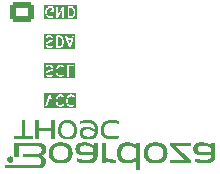
<source format=gbo>
G04 #@! TF.GenerationSoftware,KiCad,Pcbnew,8.0.3*
G04 #@! TF.CreationDate,2024-07-19T17:45:39+03:00*
G04 #@! TF.ProjectId,B-TH09C-Brk-01Mbr-R01,422d5448-3039-4432-9d42-726b2d30314d,rev?*
G04 #@! TF.SameCoordinates,Original*
G04 #@! TF.FileFunction,Legend,Bot*
G04 #@! TF.FilePolarity,Positive*
%FSLAX46Y46*%
G04 Gerber Fmt 4.6, Leading zero omitted, Abs format (unit mm)*
G04 Created by KiCad (PCBNEW 8.0.3) date 2024-07-19 17:45:39*
%MOMM*%
%LPD*%
G01*
G04 APERTURE LIST*
G04 Aperture macros list*
%AMRoundRect*
0 Rectangle with rounded corners*
0 $1 Rounding radius*
0 $2 $3 $4 $5 $6 $7 $8 $9 X,Y pos of 4 corners*
0 Add a 4 corners polygon primitive as box body*
4,1,4,$2,$3,$4,$5,$6,$7,$8,$9,$2,$3,0*
0 Add four circle primitives for the rounded corners*
1,1,$1+$1,$2,$3*
1,1,$1+$1,$4,$5*
1,1,$1+$1,$6,$7*
1,1,$1+$1,$8,$9*
0 Add four rect primitives between the rounded corners*
20,1,$1+$1,$2,$3,$4,$5,0*
20,1,$1+$1,$4,$5,$6,$7,0*
20,1,$1+$1,$6,$7,$8,$9,0*
20,1,$1+$1,$8,$9,$2,$3,0*%
G04 Aperture macros list end*
%ADD10C,0.000000*%
%ADD11C,0.150000*%
%ADD12O,1.950000X1.700000*%
%ADD13RoundRect,0.250000X0.725000X-0.600000X0.725000X0.600000X-0.725000X0.600000X-0.725000X-0.600000X0*%
G04 APERTURE END LIST*
D10*
G36*
X129184287Y-100804120D02*
G01*
X129241703Y-100808908D01*
X129297223Y-100815592D01*
X129350846Y-100824159D01*
X129402567Y-100834598D01*
X129452382Y-100846898D01*
X129500289Y-100861046D01*
X129546282Y-100877032D01*
X129590360Y-100894843D01*
X129632517Y-100914468D01*
X129672751Y-100935895D01*
X129711058Y-100959112D01*
X129747434Y-100984109D01*
X129781875Y-101010873D01*
X129814378Y-101039392D01*
X129844940Y-101069656D01*
X129873556Y-101101652D01*
X129900223Y-101135369D01*
X129924937Y-101170795D01*
X129947695Y-101207919D01*
X129968494Y-101246728D01*
X129987328Y-101287212D01*
X130004196Y-101329359D01*
X130019093Y-101373157D01*
X130032015Y-101418594D01*
X130042959Y-101465659D01*
X130051922Y-101514340D01*
X130058899Y-101564625D01*
X130063887Y-101616504D01*
X130066883Y-101669964D01*
X130067882Y-101724993D01*
X130066883Y-101776710D01*
X130063887Y-101826928D01*
X130058899Y-101875639D01*
X130051922Y-101922834D01*
X130042959Y-101968503D01*
X130032015Y-102012636D01*
X130019093Y-102055224D01*
X130004196Y-102096258D01*
X129987328Y-102135727D01*
X129968494Y-102173624D01*
X129947695Y-102209938D01*
X129924937Y-102244659D01*
X129900223Y-102277779D01*
X129873556Y-102309288D01*
X129844940Y-102339177D01*
X129814378Y-102367435D01*
X129781875Y-102394054D01*
X129747434Y-102419024D01*
X129711058Y-102442335D01*
X129672751Y-102463979D01*
X129632517Y-102483946D01*
X129590360Y-102502226D01*
X129546282Y-102518810D01*
X129500289Y-102533688D01*
X129452382Y-102546852D01*
X129402567Y-102558290D01*
X129350846Y-102567995D01*
X129297223Y-102575957D01*
X129241703Y-102582166D01*
X129184287Y-102586612D01*
X129124981Y-102589287D01*
X129063788Y-102590181D01*
X129063788Y-102590180D01*
X128943987Y-102586568D01*
X128831663Y-102575794D01*
X128778315Y-102567749D01*
X128726849Y-102557950D01*
X128677270Y-102546406D01*
X128629582Y-102533129D01*
X128583789Y-102518132D01*
X128539896Y-102501426D01*
X128497906Y-102483022D01*
X128457825Y-102462932D01*
X128419657Y-102441168D01*
X128383405Y-102417741D01*
X128349075Y-102392663D01*
X128316671Y-102365946D01*
X128286197Y-102337601D01*
X128257657Y-102307639D01*
X128231056Y-102276074D01*
X128206399Y-102242915D01*
X128183689Y-102208175D01*
X128162930Y-102171865D01*
X128144128Y-102133997D01*
X128127287Y-102094583D01*
X128112411Y-102053634D01*
X128099504Y-102011162D01*
X128088571Y-101967178D01*
X128079616Y-101921694D01*
X128072643Y-101874722D01*
X128067657Y-101826274D01*
X128064662Y-101776360D01*
X128063663Y-101724993D01*
X128420850Y-101724993D01*
X128421478Y-101762249D01*
X128423362Y-101798122D01*
X128426501Y-101832627D01*
X128430896Y-101865775D01*
X128436547Y-101897581D01*
X128443454Y-101928056D01*
X128451616Y-101957215D01*
X128461034Y-101985070D01*
X128471708Y-102011635D01*
X128483637Y-102036922D01*
X128496822Y-102060944D01*
X128511263Y-102083715D01*
X128526960Y-102105248D01*
X128543913Y-102125556D01*
X128562121Y-102144651D01*
X128581585Y-102162547D01*
X128602304Y-102179258D01*
X128624280Y-102194795D01*
X128647511Y-102209173D01*
X128671998Y-102222404D01*
X128697741Y-102234502D01*
X128724739Y-102245478D01*
X128752993Y-102255348D01*
X128782503Y-102264123D01*
X128813268Y-102271816D01*
X128845290Y-102278441D01*
X128878567Y-102284012D01*
X128913100Y-102288540D01*
X128985932Y-102294522D01*
X129063788Y-102296493D01*
X129141644Y-102294347D01*
X129214476Y-102287889D01*
X129282286Y-102277081D01*
X129314308Y-102270036D01*
X129345073Y-102261890D01*
X129374583Y-102252640D01*
X129402837Y-102242281D01*
X129429836Y-102230809D01*
X129455578Y-102218219D01*
X129480065Y-102204507D01*
X129503296Y-102189668D01*
X129525272Y-102173699D01*
X129545991Y-102156595D01*
X129565455Y-102138351D01*
X129583664Y-102118963D01*
X129600616Y-102098427D01*
X129616313Y-102076739D01*
X129630754Y-102053894D01*
X129643939Y-102029887D01*
X129655869Y-102004715D01*
X129666543Y-101978373D01*
X129675961Y-101950857D01*
X129684123Y-101922161D01*
X129691030Y-101892283D01*
X129696680Y-101861218D01*
X129701076Y-101828960D01*
X129704215Y-101795506D01*
X129706098Y-101760852D01*
X129706726Y-101724993D01*
X129706076Y-101688963D01*
X129704128Y-101653811D01*
X129700886Y-101619555D01*
X129696355Y-101586211D01*
X129690539Y-101553797D01*
X129683443Y-101522331D01*
X129675071Y-101491830D01*
X129665427Y-101462311D01*
X129654515Y-101433792D01*
X129642341Y-101406291D01*
X129628908Y-101379825D01*
X129614220Y-101354411D01*
X129598283Y-101330066D01*
X129581100Y-101306809D01*
X129562676Y-101284656D01*
X129543015Y-101263625D01*
X129522122Y-101243734D01*
X129500000Y-101225000D01*
X129476655Y-101207440D01*
X129452091Y-101191072D01*
X129426311Y-101175913D01*
X129399320Y-101161981D01*
X129371124Y-101149293D01*
X129341725Y-101137866D01*
X129311129Y-101127718D01*
X129279339Y-101118867D01*
X129246361Y-101111330D01*
X129212198Y-101105124D01*
X129176855Y-101100267D01*
X129140336Y-101096776D01*
X129102645Y-101094668D01*
X129063788Y-101093962D01*
X129024931Y-101094623D01*
X128987240Y-101096601D01*
X128950722Y-101099887D01*
X128915379Y-101104473D01*
X128881216Y-101110349D01*
X128848237Y-101117507D01*
X128816448Y-101125938D01*
X128785852Y-101135634D01*
X128756453Y-101146585D01*
X128728256Y-101158783D01*
X128701266Y-101172220D01*
X128675486Y-101186886D01*
X128650922Y-101202773D01*
X128627576Y-101219873D01*
X128605455Y-101238175D01*
X128584562Y-101257673D01*
X128564901Y-101278356D01*
X128546477Y-101300216D01*
X128529294Y-101323246D01*
X128513356Y-101347435D01*
X128498669Y-101372775D01*
X128485236Y-101399257D01*
X128473062Y-101426873D01*
X128462150Y-101455614D01*
X128452506Y-101485471D01*
X128444134Y-101516436D01*
X128437038Y-101548499D01*
X128431222Y-101581653D01*
X128426691Y-101615888D01*
X128423449Y-101651195D01*
X128421501Y-101687567D01*
X128420850Y-101724993D01*
X128063663Y-101724993D01*
X128064651Y-101670313D01*
X128067613Y-101617158D01*
X128072548Y-101565542D01*
X128079453Y-101515479D01*
X128088325Y-101466982D01*
X128099164Y-101420067D01*
X128111966Y-101374746D01*
X128126729Y-101331032D01*
X128143451Y-101288941D01*
X128162131Y-101248486D01*
X128182765Y-101209681D01*
X128205352Y-101172538D01*
X128229890Y-101137073D01*
X128256375Y-101103299D01*
X128284807Y-101071230D01*
X128315183Y-101040880D01*
X128347500Y-101012262D01*
X128381757Y-100985390D01*
X128417951Y-100960278D01*
X128456081Y-100936941D01*
X128496144Y-100915391D01*
X128538137Y-100895642D01*
X128582059Y-100877709D01*
X128627908Y-100861604D01*
X128675681Y-100847343D01*
X128725376Y-100834938D01*
X128776991Y-100824404D01*
X128830523Y-100815755D01*
X128885971Y-100809003D01*
X128943333Y-100804163D01*
X129002606Y-100801249D01*
X129063788Y-100800275D01*
X129184287Y-100804120D01*
G37*
G36*
X134787535Y-100805434D02*
G01*
X134839025Y-100808933D01*
X134889527Y-100814629D01*
X134938965Y-100822413D01*
X134987263Y-100832173D01*
X135034347Y-100843799D01*
X135080139Y-100857181D01*
X135124566Y-100872208D01*
X135167551Y-100888770D01*
X135209018Y-100906756D01*
X135248893Y-100926056D01*
X135287099Y-100946560D01*
X135323561Y-100968156D01*
X135358203Y-100990735D01*
X135390950Y-101014187D01*
X135421726Y-101038399D01*
X135421726Y-100835993D01*
X135763038Y-100835993D01*
X135763038Y-103137868D01*
X135401882Y-103137868D01*
X135401882Y-102363961D01*
X135370675Y-102388129D01*
X135338072Y-102411455D01*
X135304074Y-102433838D01*
X135268681Y-102455181D01*
X135231892Y-102475384D01*
X135193709Y-102494349D01*
X135154130Y-102511977D01*
X135113155Y-102528169D01*
X135070786Y-102542826D01*
X135027021Y-102555849D01*
X134981861Y-102567140D01*
X134935306Y-102576600D01*
X134887355Y-102584129D01*
X134838010Y-102589630D01*
X134787269Y-102593003D01*
X134735132Y-102594149D01*
X134633317Y-102591104D01*
X134536384Y-102581879D01*
X134444568Y-102566340D01*
X134400651Y-102556161D01*
X134358100Y-102544354D01*
X134316945Y-102530901D01*
X134277214Y-102515787D01*
X134238936Y-102498994D01*
X134202141Y-102480505D01*
X134166857Y-102460304D01*
X134133114Y-102438375D01*
X134100941Y-102414700D01*
X134070366Y-102389263D01*
X134041419Y-102362046D01*
X134014129Y-102333034D01*
X133988525Y-102302210D01*
X133964636Y-102269557D01*
X133942492Y-102235057D01*
X133922120Y-102198696D01*
X133903550Y-102160455D01*
X133886812Y-102120318D01*
X133871934Y-102078268D01*
X133858946Y-102034289D01*
X133847876Y-101988364D01*
X133838753Y-101940476D01*
X133831607Y-101890608D01*
X133826467Y-101838745D01*
X133823362Y-101784868D01*
X133822320Y-101728962D01*
X133822517Y-101717055D01*
X134187444Y-101717055D01*
X134188127Y-101755032D01*
X134190166Y-101791582D01*
X134193543Y-101826719D01*
X134198242Y-101860457D01*
X134204246Y-101892812D01*
X134211538Y-101923798D01*
X134220103Y-101953430D01*
X134229922Y-101981721D01*
X134240979Y-102008687D01*
X134253259Y-102034342D01*
X134266743Y-102058700D01*
X134281415Y-102081777D01*
X134297258Y-102103586D01*
X134314257Y-102124142D01*
X134332393Y-102143461D01*
X134351651Y-102161555D01*
X134372013Y-102178440D01*
X134393463Y-102194130D01*
X134415985Y-102208641D01*
X134439560Y-102221985D01*
X134464174Y-102234179D01*
X134489808Y-102245236D01*
X134516447Y-102255171D01*
X134544074Y-102263998D01*
X134572671Y-102271732D01*
X134602222Y-102278388D01*
X134632711Y-102283981D01*
X134664121Y-102288523D01*
X134729636Y-102294519D01*
X134798633Y-102296492D01*
X134841555Y-102295566D01*
X134883976Y-102292802D01*
X134925863Y-102288225D01*
X134967181Y-102281857D01*
X135007893Y-102273722D01*
X135047966Y-102263843D01*
X135087365Y-102252243D01*
X135126054Y-102238945D01*
X135163999Y-102223973D01*
X135201166Y-102207350D01*
X135237518Y-102189100D01*
X135273022Y-102169244D01*
X135307641Y-102147808D01*
X135341343Y-102124813D01*
X135374091Y-102100284D01*
X135405850Y-102074243D01*
X135405850Y-101316212D01*
X135401882Y-101316212D01*
X135374180Y-101292876D01*
X135344723Y-101270540D01*
X135313614Y-101249274D01*
X135280959Y-101229148D01*
X135246863Y-101210230D01*
X135211429Y-101192592D01*
X135174763Y-101176302D01*
X135136968Y-101161431D01*
X135098151Y-101148048D01*
X135058415Y-101136223D01*
X135017865Y-101126026D01*
X134976606Y-101117527D01*
X134934742Y-101110795D01*
X134892378Y-101105899D01*
X134849619Y-101102911D01*
X134806569Y-101101900D01*
X134767082Y-101102583D01*
X134728981Y-101104622D01*
X134692258Y-101108002D01*
X134656904Y-101112705D01*
X134622910Y-101118717D01*
X134590268Y-101126020D01*
X134558969Y-101134600D01*
X134529004Y-101144440D01*
X134500365Y-101155524D01*
X134473043Y-101167836D01*
X134447028Y-101181360D01*
X134422313Y-101196080D01*
X134398889Y-101211980D01*
X134376746Y-101229045D01*
X134355877Y-101247258D01*
X134336272Y-101266603D01*
X134317923Y-101287064D01*
X134300821Y-101308625D01*
X134284957Y-101331271D01*
X134270322Y-101354985D01*
X134256909Y-101379751D01*
X134244708Y-101405553D01*
X134233710Y-101432376D01*
X134223907Y-101460203D01*
X134215289Y-101489018D01*
X134207849Y-101518806D01*
X134201578Y-101549550D01*
X134196466Y-101581234D01*
X134189688Y-101647360D01*
X134187444Y-101717055D01*
X133822517Y-101717055D01*
X133823249Y-101672884D01*
X133826031Y-101618510D01*
X133830659Y-101565843D01*
X133837125Y-101514889D01*
X133845423Y-101465653D01*
X133855545Y-101418140D01*
X133867483Y-101372355D01*
X133881231Y-101328304D01*
X133896781Y-101285990D01*
X133914126Y-101245420D01*
X133933259Y-101206599D01*
X133954172Y-101169531D01*
X133976859Y-101134221D01*
X134001311Y-101100675D01*
X134027522Y-101068898D01*
X134055484Y-101038895D01*
X134085190Y-101010671D01*
X134116633Y-100984231D01*
X134149806Y-100959580D01*
X134184701Y-100936723D01*
X134221310Y-100915666D01*
X134259628Y-100896413D01*
X134299646Y-100878969D01*
X134341358Y-100863340D01*
X134384755Y-100849531D01*
X134429831Y-100837546D01*
X134476578Y-100827392D01*
X134524990Y-100819072D01*
X134575058Y-100812592D01*
X134626776Y-100807957D01*
X134680137Y-100805173D01*
X134735132Y-100804243D01*
X134787535Y-100805434D01*
G37*
G36*
X124810621Y-101996843D02*
G01*
X124824327Y-101997885D01*
X124837833Y-101999602D01*
X124851123Y-102001975D01*
X124864180Y-102004989D01*
X124876986Y-102008625D01*
X124889526Y-102012868D01*
X124901781Y-102017700D01*
X124913736Y-102023105D01*
X124925372Y-102029065D01*
X124936674Y-102035563D01*
X124947623Y-102042583D01*
X124958204Y-102050107D01*
X124968399Y-102058118D01*
X124978191Y-102066601D01*
X124987564Y-102075537D01*
X124996500Y-102084909D01*
X125004982Y-102094702D01*
X125012994Y-102104897D01*
X125020518Y-102115477D01*
X125027538Y-102126427D01*
X125034036Y-102137729D01*
X125039996Y-102149365D01*
X125045400Y-102161320D01*
X125050233Y-102173575D01*
X125054476Y-102186114D01*
X125058112Y-102198921D01*
X125061126Y-102211978D01*
X125063499Y-102225268D01*
X125065215Y-102238774D01*
X125066257Y-102252479D01*
X125066609Y-102266367D01*
X125066257Y-102280254D01*
X125065215Y-102293960D01*
X125063499Y-102307466D01*
X125061126Y-102320756D01*
X125058112Y-102333813D01*
X125054476Y-102346619D01*
X125050233Y-102359159D01*
X125045400Y-102371414D01*
X125039996Y-102383369D01*
X125034036Y-102395005D01*
X125027538Y-102406307D01*
X125020518Y-102417256D01*
X125012994Y-102427837D01*
X125004982Y-102438032D01*
X124996500Y-102447825D01*
X124987564Y-102457197D01*
X124978191Y-102466133D01*
X124968399Y-102474616D01*
X124958204Y-102482627D01*
X124947623Y-102490151D01*
X124936674Y-102497171D01*
X124925372Y-102503669D01*
X124913736Y-102509629D01*
X124901781Y-102515034D01*
X124889526Y-102519866D01*
X124876986Y-102524109D01*
X124864180Y-102527746D01*
X124851123Y-102530759D01*
X124837833Y-102533132D01*
X124824327Y-102534849D01*
X124810621Y-102535891D01*
X124796734Y-102536242D01*
X124782846Y-102535891D01*
X124769140Y-102534849D01*
X124755634Y-102533132D01*
X124742344Y-102530759D01*
X124729288Y-102527746D01*
X124716481Y-102524109D01*
X124703941Y-102519866D01*
X124691686Y-102515034D01*
X124679731Y-102509629D01*
X124668095Y-102503669D01*
X124656793Y-102497171D01*
X124645844Y-102490151D01*
X124635263Y-102482627D01*
X124625068Y-102474616D01*
X124615275Y-102466133D01*
X124605903Y-102457197D01*
X124596967Y-102447825D01*
X124588485Y-102438032D01*
X124580473Y-102427837D01*
X124572949Y-102417256D01*
X124565929Y-102406307D01*
X124559431Y-102395005D01*
X124553471Y-102383369D01*
X124548066Y-102371414D01*
X124543234Y-102359159D01*
X124538991Y-102346619D01*
X124535355Y-102333813D01*
X124532341Y-102320756D01*
X124529968Y-102307466D01*
X124528252Y-102293960D01*
X124527209Y-102280254D01*
X124526858Y-102266367D01*
X124527209Y-102252479D01*
X124528252Y-102238774D01*
X124529968Y-102225268D01*
X124532341Y-102211978D01*
X124535355Y-102198921D01*
X124538991Y-102186114D01*
X124543234Y-102173575D01*
X124548066Y-102161320D01*
X124553471Y-102149365D01*
X124559431Y-102137729D01*
X124565929Y-102126427D01*
X124572949Y-102115477D01*
X124580473Y-102104897D01*
X124588485Y-102094702D01*
X124596967Y-102084909D01*
X124605903Y-102075537D01*
X124615275Y-102066601D01*
X124625068Y-102058118D01*
X124635263Y-102050107D01*
X124645844Y-102042583D01*
X124656793Y-102035563D01*
X124668095Y-102029065D01*
X124679731Y-102023105D01*
X124691686Y-102017700D01*
X124703941Y-102012868D01*
X124716481Y-102008625D01*
X124729288Y-102004989D01*
X124742344Y-102001975D01*
X124755634Y-101999602D01*
X124769140Y-101997885D01*
X124782846Y-101996843D01*
X124796734Y-101996492D01*
X124810621Y-101996843D01*
G37*
G36*
X140120725Y-101121744D02*
G01*
X138779287Y-101117774D01*
X140077068Y-102312368D01*
X140077068Y-102558430D01*
X138354631Y-102558430D01*
X138354631Y-102276649D01*
X139596850Y-102280618D01*
X138303037Y-101082056D01*
X138303037Y-100835993D01*
X140120725Y-100835993D01*
X140120725Y-101121744D01*
G37*
G36*
X141060151Y-100801772D02*
G01*
X141118958Y-100806126D01*
X141177904Y-100813119D01*
X141236687Y-100822536D01*
X141295005Y-100834162D01*
X141352556Y-100847782D01*
X141409037Y-100863182D01*
X141464146Y-100880145D01*
X141517581Y-100898457D01*
X141569039Y-100917902D01*
X141618218Y-100938266D01*
X141664816Y-100959334D01*
X141708530Y-100980889D01*
X141749059Y-101002718D01*
X141786100Y-101024606D01*
X141819350Y-101046336D01*
X141819350Y-100832022D01*
X142160663Y-100832022D01*
X142160663Y-101978991D01*
X142159880Y-102017408D01*
X142157519Y-102054528D01*
X142153557Y-102090356D01*
X142147974Y-102124896D01*
X142140748Y-102158156D01*
X142131859Y-102190138D01*
X142121286Y-102220848D01*
X142109007Y-102250292D01*
X142095001Y-102278474D01*
X142079248Y-102305400D01*
X142061726Y-102331075D01*
X142042414Y-102355503D01*
X142021291Y-102378690D01*
X141998336Y-102400641D01*
X141973528Y-102421360D01*
X141946846Y-102440854D01*
X141918269Y-102459127D01*
X141887775Y-102476185D01*
X141855344Y-102492031D01*
X141820955Y-102506672D01*
X141784586Y-102520113D01*
X141746216Y-102532358D01*
X141705825Y-102543412D01*
X141663391Y-102553282D01*
X141618893Y-102561971D01*
X141572310Y-102569485D01*
X141523621Y-102575829D01*
X141472806Y-102581009D01*
X141419842Y-102585028D01*
X141364709Y-102587893D01*
X141247850Y-102590179D01*
X141247850Y-102590180D01*
X141129052Y-102587646D01*
X141011834Y-102580320D01*
X140897779Y-102568623D01*
X140788468Y-102552973D01*
X140685482Y-102533788D01*
X140590402Y-102511488D01*
X140546321Y-102499299D01*
X140504810Y-102486489D01*
X140466066Y-102473109D01*
X140430287Y-102459212D01*
X140430287Y-102149649D01*
X140470501Y-102164289D01*
X140512197Y-102178407D01*
X140555277Y-102191943D01*
X140599641Y-102204839D01*
X140645192Y-102217038D01*
X140691830Y-102228481D01*
X140739456Y-102239111D01*
X140787971Y-102248868D01*
X140837277Y-102257695D01*
X140887275Y-102265534D01*
X140937866Y-102272326D01*
X140988951Y-102278013D01*
X141040431Y-102282538D01*
X141092208Y-102285842D01*
X141144183Y-102287868D01*
X141196256Y-102288555D01*
X141277635Y-102287386D01*
X141352247Y-102283850D01*
X141420301Y-102277908D01*
X141482006Y-102269518D01*
X141537573Y-102258640D01*
X141587209Y-102245233D01*
X141631125Y-102229256D01*
X141669529Y-102210669D01*
X141686730Y-102200384D01*
X141702632Y-102189431D01*
X141717260Y-102177805D01*
X141730642Y-102165501D01*
X141742802Y-102152514D01*
X141753768Y-102138839D01*
X141763565Y-102124470D01*
X141772220Y-102109403D01*
X141779759Y-102093633D01*
X141786208Y-102077154D01*
X141795940Y-102042051D01*
X141801625Y-102004052D01*
X141803474Y-101963118D01*
X141803474Y-101808337D01*
X141735114Y-101825592D01*
X141661406Y-101841451D01*
X141582953Y-101855636D01*
X141500361Y-101867868D01*
X141414235Y-101877867D01*
X141325178Y-101885355D01*
X141233796Y-101890052D01*
X141140694Y-101891680D01*
X141051973Y-101890547D01*
X140966154Y-101886897D01*
X140883625Y-101880352D01*
X140804776Y-101870534D01*
X140729997Y-101857065D01*
X140659677Y-101839567D01*
X140594205Y-101817662D01*
X140533971Y-101790973D01*
X140505940Y-101775716D01*
X140479365Y-101759122D01*
X140454294Y-101741142D01*
X140430776Y-101721730D01*
X140408859Y-101700838D01*
X140388593Y-101678419D01*
X140370026Y-101654427D01*
X140353207Y-101628813D01*
X140338184Y-101601530D01*
X140325006Y-101572532D01*
X140313722Y-101541771D01*
X140304380Y-101509200D01*
X140297030Y-101474771D01*
X140291719Y-101438438D01*
X140288497Y-101400153D01*
X140287412Y-101359868D01*
X140287517Y-101355898D01*
X140652537Y-101355898D01*
X140653015Y-101377005D01*
X140654455Y-101397175D01*
X140656864Y-101416427D01*
X140660250Y-101434778D01*
X140664622Y-101452244D01*
X140669987Y-101468845D01*
X140676353Y-101484597D01*
X140683729Y-101499518D01*
X140692123Y-101513625D01*
X140701541Y-101526935D01*
X140711993Y-101539466D01*
X140723487Y-101551236D01*
X140736029Y-101562261D01*
X140749630Y-101572560D01*
X140764295Y-101582149D01*
X140780034Y-101591047D01*
X140796854Y-101599271D01*
X140814763Y-101606837D01*
X140833770Y-101613764D01*
X140853882Y-101620069D01*
X140875107Y-101625769D01*
X140897454Y-101630882D01*
X140920930Y-101635425D01*
X140945543Y-101639416D01*
X140971302Y-101642873D01*
X140998213Y-101645811D01*
X141055529Y-101650206D01*
X141117553Y-101652741D01*
X141184350Y-101653555D01*
X141271329Y-101652307D01*
X141356309Y-101648780D01*
X141438777Y-101643300D01*
X141518221Y-101636192D01*
X141594132Y-101627782D01*
X141665996Y-101618395D01*
X141733302Y-101608356D01*
X141795539Y-101597993D01*
X141795539Y-101292400D01*
X141764237Y-101268365D01*
X141730047Y-101245418D01*
X141693240Y-101223622D01*
X141654090Y-101203040D01*
X141612870Y-101183738D01*
X141569854Y-101165779D01*
X141525315Y-101149227D01*
X141479527Y-101134145D01*
X141432761Y-101120599D01*
X141385292Y-101108651D01*
X141337393Y-101098365D01*
X141289337Y-101089807D01*
X141241397Y-101083039D01*
X141193846Y-101078125D01*
X141146959Y-101075130D01*
X141101007Y-101074118D01*
X141047572Y-101075233D01*
X140997416Y-101078575D01*
X140950562Y-101084138D01*
X140907034Y-101091915D01*
X140866854Y-101101902D01*
X140830046Y-101114092D01*
X140796633Y-101128480D01*
X140766639Y-101145059D01*
X140752931Y-101154169D01*
X140740086Y-101163825D01*
X140728108Y-101174025D01*
X140716999Y-101184770D01*
X140706761Y-101196058D01*
X140697399Y-101207890D01*
X140688915Y-101220263D01*
X140681311Y-101233178D01*
X140674591Y-101246633D01*
X140668757Y-101260629D01*
X140663813Y-101275163D01*
X140659762Y-101290236D01*
X140656605Y-101305847D01*
X140654347Y-101321995D01*
X140652990Y-101338679D01*
X140652537Y-101355898D01*
X140287517Y-101355898D01*
X140288482Y-101319504D01*
X140291642Y-101280986D01*
X140296820Y-101244278D01*
X140303946Y-101209342D01*
X140312947Y-101176141D01*
X140323750Y-101144639D01*
X140336285Y-101114798D01*
X140350478Y-101086582D01*
X140366259Y-101059952D01*
X140383555Y-101034872D01*
X140402294Y-101011306D01*
X140422404Y-100989215D01*
X140443814Y-100968563D01*
X140466451Y-100949314D01*
X140490243Y-100931428D01*
X140515119Y-100914871D01*
X140541007Y-100899604D01*
X140567834Y-100885591D01*
X140595529Y-100872794D01*
X140624019Y-100861177D01*
X140653234Y-100850702D01*
X140683100Y-100841332D01*
X140713546Y-100833030D01*
X140744500Y-100825760D01*
X140807645Y-100814165D01*
X140871958Y-100806250D01*
X140936863Y-100801718D01*
X141001787Y-100800274D01*
X141060151Y-100801772D01*
G37*
G36*
X127165012Y-100838056D02*
G01*
X127249139Y-100844311D01*
X127289147Y-100849041D01*
X127327777Y-100854856D01*
X127365024Y-100861768D01*
X127400881Y-100869790D01*
X127435343Y-100878934D01*
X127468404Y-100889212D01*
X127500058Y-100900637D01*
X127530300Y-100913221D01*
X127559123Y-100926976D01*
X127586521Y-100941916D01*
X127612489Y-100958051D01*
X127637022Y-100975395D01*
X127660113Y-100993960D01*
X127681756Y-101013758D01*
X127701945Y-101034802D01*
X127720676Y-101057103D01*
X127737941Y-101080675D01*
X127753736Y-101105530D01*
X127768054Y-101131679D01*
X127780889Y-101159136D01*
X127792236Y-101187912D01*
X127802089Y-101218021D01*
X127810442Y-101249474D01*
X127817290Y-101282283D01*
X127822626Y-101316462D01*
X127826444Y-101352022D01*
X127828740Y-101388977D01*
X127829506Y-101427337D01*
X127829045Y-101454859D01*
X127827673Y-101481615D01*
X127825412Y-101507606D01*
X127822282Y-101532834D01*
X127818303Y-101557301D01*
X127813496Y-101581008D01*
X127807880Y-101603956D01*
X127801477Y-101626147D01*
X127794306Y-101647582D01*
X127786389Y-101668262D01*
X127777744Y-101688190D01*
X127768394Y-101707366D01*
X127758357Y-101725793D01*
X127747655Y-101743471D01*
X127736307Y-101760402D01*
X127724334Y-101776587D01*
X127711757Y-101792028D01*
X127698596Y-101806727D01*
X127684870Y-101820684D01*
X127670601Y-101833901D01*
X127655809Y-101846381D01*
X127640514Y-101858123D01*
X127624736Y-101869130D01*
X127608497Y-101879403D01*
X127591815Y-101888943D01*
X127574712Y-101897752D01*
X127557208Y-101905832D01*
X127539323Y-101913183D01*
X127521077Y-101919808D01*
X127502492Y-101925708D01*
X127483586Y-101930884D01*
X127464382Y-101935337D01*
X127499697Y-101948278D01*
X127534083Y-101963336D01*
X127567352Y-101980579D01*
X127599319Y-102000078D01*
X127629798Y-102021902D01*
X127658602Y-102046122D01*
X127685546Y-102072806D01*
X127710444Y-102102025D01*
X127733109Y-102133849D01*
X127743546Y-102150759D01*
X127753356Y-102168347D01*
X127762514Y-102186621D01*
X127770998Y-102205589D01*
X127778784Y-102225261D01*
X127785850Y-102245645D01*
X127792171Y-102266749D01*
X127797725Y-102288584D01*
X127802488Y-102311157D01*
X127806438Y-102334476D01*
X127809550Y-102358552D01*
X127811802Y-102383392D01*
X127813170Y-102409005D01*
X127813631Y-102435400D01*
X127812832Y-102475495D01*
X127810444Y-102513940D01*
X127806486Y-102550760D01*
X127800973Y-102585980D01*
X127793922Y-102619625D01*
X127785351Y-102651718D01*
X127775275Y-102682286D01*
X127763712Y-102711352D01*
X127750678Y-102738942D01*
X127736189Y-102765080D01*
X127720263Y-102789790D01*
X127702917Y-102813098D01*
X127684167Y-102835028D01*
X127664029Y-102855605D01*
X127642521Y-102874853D01*
X127619659Y-102892798D01*
X127595459Y-102909464D01*
X127569940Y-102924876D01*
X127543116Y-102939058D01*
X127515006Y-102952035D01*
X127485626Y-102963832D01*
X127454991Y-102974474D01*
X127390029Y-102992389D01*
X127320254Y-103005979D01*
X127245798Y-103015442D01*
X127166796Y-103020975D01*
X127083381Y-103022775D01*
X124368757Y-103022775D01*
X124368757Y-102717181D01*
X127067506Y-102717181D01*
X127110195Y-102716104D01*
X127150424Y-102712840D01*
X127169604Y-102710374D01*
X127188153Y-102707344D01*
X127206068Y-102703745D01*
X127223342Y-102699570D01*
X127239971Y-102694813D01*
X127255949Y-102689470D01*
X127271273Y-102683533D01*
X127285935Y-102676998D01*
X127299932Y-102669857D01*
X127313258Y-102662107D01*
X127325908Y-102653740D01*
X127337878Y-102644751D01*
X127349161Y-102635135D01*
X127359753Y-102624885D01*
X127369649Y-102613995D01*
X127378844Y-102602460D01*
X127387333Y-102590273D01*
X127395110Y-102577430D01*
X127402170Y-102563924D01*
X127408509Y-102549750D01*
X127414121Y-102534901D01*
X127419002Y-102519372D01*
X127423145Y-102503156D01*
X127426547Y-102486250D01*
X127429201Y-102468645D01*
X127431104Y-102450337D01*
X127432249Y-102431320D01*
X127432632Y-102411587D01*
X127432157Y-102388587D01*
X127430744Y-102366461D01*
X127428406Y-102345200D01*
X127425159Y-102324794D01*
X127421016Y-102305234D01*
X127415993Y-102286511D01*
X127410103Y-102268614D01*
X127403362Y-102251535D01*
X127395783Y-102235264D01*
X127387382Y-102219792D01*
X127378173Y-102205109D01*
X127368170Y-102191205D01*
X127357389Y-102178072D01*
X127345842Y-102165700D01*
X127333546Y-102154079D01*
X127320514Y-102143201D01*
X127306762Y-102133054D01*
X127292303Y-102123631D01*
X127277152Y-102114921D01*
X127261324Y-102106916D01*
X127244833Y-102099605D01*
X127227694Y-102092980D01*
X127209922Y-102087030D01*
X127191530Y-102081747D01*
X127152947Y-102073142D01*
X127112062Y-102067089D01*
X127068991Y-102063513D01*
X127023850Y-102062337D01*
X125884819Y-102062337D01*
X125884819Y-101772619D01*
X127095288Y-101772619D01*
X127137843Y-101771672D01*
X127177694Y-101768759D01*
X127214836Y-101763777D01*
X127232389Y-101760477D01*
X127249263Y-101756620D01*
X127265457Y-101752194D01*
X127280969Y-101747185D01*
X127295800Y-101741580D01*
X127309949Y-101735365D01*
X127323415Y-101728529D01*
X127336197Y-101721058D01*
X127348294Y-101712939D01*
X127359706Y-101704158D01*
X127370432Y-101694703D01*
X127380471Y-101684560D01*
X127389823Y-101673717D01*
X127398486Y-101662160D01*
X127406461Y-101649877D01*
X127413746Y-101636854D01*
X127420341Y-101623078D01*
X127426244Y-101608536D01*
X127431456Y-101593215D01*
X127435975Y-101577102D01*
X127439801Y-101560183D01*
X127442933Y-101542447D01*
X127445371Y-101523879D01*
X127447112Y-101504467D01*
X127448158Y-101484197D01*
X127448507Y-101463057D01*
X127448100Y-101441859D01*
X127446885Y-101421423D01*
X127444864Y-101401743D01*
X127442042Y-101382813D01*
X127438424Y-101364627D01*
X127434013Y-101347180D01*
X127428815Y-101330465D01*
X127422834Y-101314476D01*
X127416073Y-101299209D01*
X127408538Y-101284656D01*
X127400233Y-101270813D01*
X127391161Y-101257674D01*
X127381328Y-101245231D01*
X127370738Y-101233481D01*
X127359395Y-101222417D01*
X127347304Y-101212033D01*
X127334468Y-101202323D01*
X127320893Y-101193282D01*
X127306582Y-101184904D01*
X127291540Y-101177182D01*
X127275771Y-101170112D01*
X127259280Y-101163687D01*
X127242071Y-101157901D01*
X127224148Y-101152750D01*
X127186180Y-101144324D01*
X127145409Y-101138363D01*
X127101871Y-101134820D01*
X127055601Y-101133650D01*
X125503820Y-101133650D01*
X125503820Y-102062337D01*
X125122820Y-102062337D01*
X125122820Y-100835993D01*
X127075444Y-100835993D01*
X127165012Y-100838056D01*
G37*
G36*
X132925381Y-102098056D02*
G01*
X132958055Y-102114361D01*
X132992176Y-102130457D01*
X133027890Y-102146227D01*
X133065342Y-102161555D01*
X133104678Y-102176326D01*
X133146043Y-102190422D01*
X133189582Y-102203727D01*
X133235440Y-102216126D01*
X133283764Y-102227501D01*
X133334698Y-102237737D01*
X133388387Y-102246717D01*
X133444978Y-102254325D01*
X133504614Y-102260444D01*
X133567443Y-102264960D01*
X133633608Y-102267754D01*
X133703256Y-102268711D01*
X133703256Y-102586211D01*
X133636961Y-102585202D01*
X133573434Y-102582227D01*
X133512558Y-102577369D01*
X133454217Y-102570708D01*
X133398294Y-102562327D01*
X133344673Y-102552307D01*
X133293239Y-102540728D01*
X133243873Y-102527672D01*
X133196462Y-102513222D01*
X133150887Y-102497457D01*
X133107033Y-102480460D01*
X133064784Y-102462312D01*
X133024023Y-102443094D01*
X132984634Y-102422888D01*
X132946500Y-102401775D01*
X132909506Y-102379836D01*
X132909506Y-102554462D01*
X132905538Y-102558430D01*
X132564225Y-102558430D01*
X132564225Y-100832024D01*
X132925381Y-100832024D01*
X132925381Y-102098056D01*
G37*
G36*
X137224974Y-100804120D02*
G01*
X137282389Y-100808908D01*
X137337910Y-100815592D01*
X137391533Y-100824159D01*
X137443253Y-100834598D01*
X137493069Y-100846898D01*
X137540975Y-100861046D01*
X137586969Y-100877032D01*
X137631046Y-100894843D01*
X137673204Y-100914468D01*
X137713438Y-100935895D01*
X137751744Y-100959112D01*
X137788120Y-100984109D01*
X137822561Y-101010873D01*
X137855064Y-101039392D01*
X137885626Y-101069656D01*
X137914242Y-101101652D01*
X137940909Y-101135369D01*
X137965623Y-101170795D01*
X137988381Y-101207919D01*
X138009179Y-101246728D01*
X138028014Y-101287212D01*
X138044882Y-101329359D01*
X138059778Y-101373157D01*
X138072700Y-101418594D01*
X138083645Y-101465659D01*
X138092607Y-101514340D01*
X138099584Y-101564625D01*
X138104572Y-101616504D01*
X138107568Y-101669964D01*
X138108567Y-101724993D01*
X138107568Y-101776710D01*
X138104572Y-101826928D01*
X138099584Y-101875639D01*
X138092607Y-101922834D01*
X138083645Y-101968503D01*
X138072700Y-102012636D01*
X138059778Y-102055224D01*
X138044881Y-102096258D01*
X138028014Y-102135727D01*
X138009179Y-102173624D01*
X137988381Y-102209938D01*
X137965623Y-102244659D01*
X137940908Y-102277779D01*
X137914241Y-102309288D01*
X137885625Y-102339177D01*
X137855064Y-102367435D01*
X137822561Y-102394054D01*
X137788119Y-102419024D01*
X137751744Y-102442335D01*
X137713437Y-102463979D01*
X137673203Y-102483946D01*
X137631046Y-102502226D01*
X137586968Y-102518810D01*
X137540975Y-102533688D01*
X137493068Y-102546852D01*
X137443253Y-102558290D01*
X137391532Y-102567995D01*
X137337910Y-102575957D01*
X137282389Y-102582166D01*
X137224974Y-102586612D01*
X137165667Y-102589287D01*
X137104474Y-102590181D01*
X137104474Y-102590180D01*
X136984673Y-102586568D01*
X136872349Y-102575794D01*
X136819001Y-102567749D01*
X136767536Y-102557950D01*
X136717956Y-102546406D01*
X136670268Y-102533129D01*
X136624475Y-102518132D01*
X136580582Y-102501426D01*
X136538592Y-102483022D01*
X136498511Y-102462932D01*
X136460343Y-102441168D01*
X136424091Y-102417741D01*
X136389761Y-102392663D01*
X136357357Y-102365946D01*
X136326883Y-102337601D01*
X136298343Y-102307639D01*
X136271742Y-102276074D01*
X136247085Y-102242915D01*
X136224375Y-102208175D01*
X136203616Y-102171865D01*
X136184815Y-102133997D01*
X136167973Y-102094583D01*
X136153097Y-102053634D01*
X136140190Y-102011162D01*
X136129257Y-101967178D01*
X136120302Y-101921694D01*
X136113329Y-101874722D01*
X136108343Y-101826274D01*
X136105348Y-101776360D01*
X136104349Y-101724993D01*
X136461538Y-101724993D01*
X136462166Y-101762249D01*
X136464049Y-101798122D01*
X136467189Y-101832627D01*
X136471584Y-101865775D01*
X136477235Y-101897581D01*
X136484141Y-101928056D01*
X136492303Y-101957215D01*
X136501721Y-101985070D01*
X136512395Y-102011635D01*
X136524325Y-102036922D01*
X136537510Y-102060944D01*
X136551951Y-102083715D01*
X136567647Y-102105248D01*
X136584600Y-102125556D01*
X136602808Y-102144651D01*
X136622272Y-102162547D01*
X136642992Y-102179258D01*
X136664967Y-102194795D01*
X136688198Y-102209173D01*
X136712685Y-102222404D01*
X136738427Y-102234502D01*
X136765426Y-102245478D01*
X136793680Y-102255348D01*
X136823190Y-102264123D01*
X136853955Y-102271816D01*
X136885976Y-102278441D01*
X136919253Y-102284012D01*
X136953786Y-102288540D01*
X137026619Y-102294522D01*
X137104474Y-102296493D01*
X137182330Y-102294347D01*
X137255162Y-102287889D01*
X137322972Y-102277081D01*
X137354993Y-102270036D01*
X137385759Y-102261890D01*
X137415269Y-102252640D01*
X137443523Y-102242281D01*
X137470521Y-102230809D01*
X137496264Y-102218219D01*
X137520751Y-102204507D01*
X137543982Y-102189668D01*
X137565957Y-102173699D01*
X137586677Y-102156595D01*
X137606141Y-102138351D01*
X137624349Y-102118963D01*
X137641302Y-102098427D01*
X137656998Y-102076739D01*
X137671439Y-102053894D01*
X137684625Y-102029887D01*
X137696554Y-102004715D01*
X137707228Y-101978373D01*
X137716646Y-101950857D01*
X137724808Y-101922161D01*
X137731715Y-101892283D01*
X137737366Y-101861218D01*
X137741761Y-101828960D01*
X137744900Y-101795506D01*
X137746784Y-101760852D01*
X137747412Y-101724993D01*
X137746761Y-101688963D01*
X137744813Y-101653811D01*
X137741571Y-101619555D01*
X137737040Y-101586211D01*
X137731225Y-101553797D01*
X137724128Y-101522331D01*
X137715756Y-101491830D01*
X137706112Y-101462311D01*
X137695201Y-101433792D01*
X137683026Y-101406291D01*
X137669593Y-101379825D01*
X137654906Y-101354411D01*
X137638969Y-101330066D01*
X137621786Y-101306809D01*
X137603362Y-101284656D01*
X137583701Y-101263625D01*
X137562807Y-101243734D01*
X137540686Y-101225000D01*
X137517341Y-101207440D01*
X137492776Y-101191072D01*
X137466996Y-101175913D01*
X137440006Y-101161981D01*
X137411809Y-101149293D01*
X137382411Y-101137866D01*
X137351814Y-101127718D01*
X137320025Y-101118867D01*
X137287047Y-101111330D01*
X137252884Y-101105124D01*
X137217541Y-101100267D01*
X137181022Y-101096776D01*
X137143331Y-101094668D01*
X137104474Y-101093962D01*
X137065617Y-101094623D01*
X137027926Y-101096601D01*
X136991408Y-101099887D01*
X136956065Y-101104473D01*
X136921902Y-101110349D01*
X136888923Y-101117507D01*
X136857134Y-101125938D01*
X136826538Y-101135634D01*
X136797139Y-101146585D01*
X136768942Y-101158783D01*
X136741952Y-101172220D01*
X136716173Y-101186886D01*
X136691608Y-101202773D01*
X136668263Y-101219873D01*
X136646141Y-101238175D01*
X136625248Y-101257673D01*
X136605587Y-101278356D01*
X136587163Y-101300216D01*
X136569981Y-101323246D01*
X136554043Y-101347435D01*
X136539356Y-101372775D01*
X136525923Y-101399257D01*
X136513749Y-101426873D01*
X136502837Y-101455614D01*
X136493193Y-101485471D01*
X136484821Y-101516436D01*
X136477725Y-101548499D01*
X136471909Y-101581653D01*
X136467378Y-101615888D01*
X136464137Y-101651195D01*
X136462188Y-101687567D01*
X136461538Y-101724993D01*
X136104349Y-101724993D01*
X136105337Y-101670313D01*
X136108300Y-101617158D01*
X136113234Y-101565542D01*
X136120139Y-101515479D01*
X136129012Y-101466982D01*
X136139850Y-101420067D01*
X136152652Y-101374746D01*
X136167415Y-101331032D01*
X136184137Y-101288941D01*
X136202817Y-101248486D01*
X136223451Y-101209681D01*
X136246038Y-101172538D01*
X136270575Y-101137073D01*
X136297061Y-101103299D01*
X136325493Y-101071230D01*
X136355868Y-101040880D01*
X136388186Y-101012262D01*
X136422443Y-100985390D01*
X136458637Y-100960278D01*
X136496767Y-100936941D01*
X136536829Y-100915391D01*
X136578823Y-100895642D01*
X136622745Y-100877709D01*
X136668594Y-100861604D01*
X136716366Y-100847343D01*
X136766061Y-100834938D01*
X136817676Y-100824404D01*
X136871209Y-100815755D01*
X136926657Y-100809003D01*
X136984019Y-100804163D01*
X137043292Y-100801249D01*
X137104474Y-100800275D01*
X137224974Y-100804120D01*
G37*
G36*
X131082716Y-100801772D02*
G01*
X131141522Y-100806126D01*
X131200468Y-100813119D01*
X131259251Y-100822536D01*
X131317570Y-100834162D01*
X131375120Y-100847782D01*
X131431601Y-100863182D01*
X131486710Y-100880145D01*
X131540145Y-100898457D01*
X131591603Y-100917902D01*
X131640782Y-100938266D01*
X131687380Y-100959334D01*
X131731094Y-100980889D01*
X131771623Y-101002718D01*
X131808663Y-101024606D01*
X131841913Y-101046336D01*
X131841913Y-100832022D01*
X132183226Y-100832022D01*
X132183226Y-101978991D01*
X132182443Y-102017408D01*
X132180081Y-102054528D01*
X132176120Y-102090356D01*
X132170537Y-102124896D01*
X132163311Y-102158156D01*
X132154422Y-102190138D01*
X132143849Y-102220848D01*
X132131570Y-102250292D01*
X132117564Y-102278474D01*
X132101811Y-102305400D01*
X132084289Y-102331075D01*
X132064977Y-102355503D01*
X132043854Y-102378690D01*
X132020899Y-102400641D01*
X131996091Y-102421360D01*
X131969409Y-102440854D01*
X131940832Y-102459127D01*
X131910338Y-102476185D01*
X131877907Y-102492031D01*
X131843518Y-102506672D01*
X131807149Y-102520113D01*
X131768779Y-102532358D01*
X131728388Y-102543412D01*
X131685954Y-102553282D01*
X131641456Y-102561971D01*
X131594873Y-102569485D01*
X131546184Y-102575829D01*
X131495369Y-102581009D01*
X131442405Y-102585028D01*
X131387272Y-102587893D01*
X131270413Y-102590179D01*
X131270413Y-102590180D01*
X131151614Y-102587646D01*
X131034397Y-102580320D01*
X130920342Y-102568623D01*
X130811030Y-102552973D01*
X130708044Y-102533788D01*
X130612965Y-102511488D01*
X130568884Y-102499299D01*
X130527373Y-102486489D01*
X130488629Y-102473109D01*
X130452850Y-102459212D01*
X130452850Y-102149649D01*
X130493064Y-102164289D01*
X130534760Y-102178407D01*
X130577840Y-102191943D01*
X130622205Y-102204839D01*
X130667755Y-102217038D01*
X130714393Y-102228481D01*
X130762019Y-102239111D01*
X130810534Y-102248868D01*
X130859840Y-102257695D01*
X130909838Y-102265534D01*
X130960429Y-102272326D01*
X131011514Y-102278013D01*
X131062994Y-102282538D01*
X131114771Y-102285842D01*
X131166746Y-102287868D01*
X131218819Y-102288555D01*
X131300198Y-102287386D01*
X131374810Y-102283850D01*
X131442864Y-102277908D01*
X131504569Y-102269518D01*
X131560136Y-102258640D01*
X131609772Y-102245233D01*
X131653688Y-102229256D01*
X131692093Y-102210669D01*
X131709294Y-102200384D01*
X131725196Y-102189431D01*
X131739824Y-102177805D01*
X131753206Y-102165501D01*
X131765366Y-102152514D01*
X131776332Y-102138839D01*
X131786129Y-102124470D01*
X131794784Y-102109403D01*
X131802323Y-102093633D01*
X131808772Y-102077154D01*
X131818504Y-102042051D01*
X131824190Y-102004052D01*
X131826038Y-101963118D01*
X131826038Y-101808337D01*
X131757678Y-101825592D01*
X131683969Y-101841451D01*
X131605517Y-101855636D01*
X131522925Y-101867868D01*
X131436799Y-101877867D01*
X131347742Y-101885355D01*
X131256360Y-101890052D01*
X131163257Y-101891680D01*
X131074537Y-101890547D01*
X130988718Y-101886897D01*
X130906189Y-101880352D01*
X130827340Y-101870534D01*
X130752561Y-101857065D01*
X130682240Y-101839567D01*
X130616769Y-101817662D01*
X130556535Y-101790973D01*
X130528504Y-101775716D01*
X130501929Y-101759122D01*
X130476857Y-101741142D01*
X130453339Y-101721730D01*
X130431423Y-101700838D01*
X130411157Y-101678419D01*
X130392590Y-101654427D01*
X130375770Y-101628813D01*
X130360747Y-101601530D01*
X130347570Y-101572532D01*
X130336286Y-101541771D01*
X130326944Y-101509200D01*
X130319593Y-101474771D01*
X130314283Y-101438438D01*
X130311061Y-101400153D01*
X130309976Y-101359868D01*
X130310081Y-101355898D01*
X130675100Y-101355898D01*
X130675578Y-101377005D01*
X130677018Y-101397175D01*
X130679427Y-101416427D01*
X130682813Y-101434778D01*
X130687185Y-101452244D01*
X130692550Y-101468845D01*
X130698916Y-101484597D01*
X130706292Y-101499518D01*
X130714685Y-101513625D01*
X130724104Y-101526935D01*
X130734556Y-101539466D01*
X130746049Y-101551236D01*
X130758592Y-101562261D01*
X130772192Y-101572560D01*
X130786858Y-101582149D01*
X130802596Y-101591047D01*
X130819416Y-101599271D01*
X130837326Y-101606837D01*
X130856333Y-101613764D01*
X130876445Y-101620069D01*
X130897670Y-101625769D01*
X130920017Y-101630882D01*
X130943493Y-101635425D01*
X130968106Y-101639416D01*
X130993864Y-101642873D01*
X131020776Y-101645811D01*
X131078091Y-101650206D01*
X131140116Y-101652741D01*
X131206913Y-101653555D01*
X131293892Y-101652307D01*
X131378871Y-101648780D01*
X131461339Y-101643300D01*
X131540784Y-101636192D01*
X131616694Y-101627782D01*
X131688558Y-101618395D01*
X131755863Y-101608356D01*
X131818100Y-101597993D01*
X131818100Y-101292400D01*
X131786798Y-101268365D01*
X131752608Y-101245418D01*
X131715801Y-101223622D01*
X131676651Y-101203040D01*
X131635432Y-101183738D01*
X131592416Y-101165779D01*
X131547877Y-101149227D01*
X131502088Y-101134145D01*
X131455323Y-101120599D01*
X131407854Y-101108651D01*
X131359955Y-101098365D01*
X131311898Y-101089807D01*
X131263958Y-101083039D01*
X131216408Y-101078125D01*
X131169520Y-101075130D01*
X131123569Y-101074118D01*
X131070134Y-101075233D01*
X131019978Y-101078575D01*
X130973125Y-101084138D01*
X130929596Y-101091915D01*
X130889417Y-101101902D01*
X130852609Y-101114092D01*
X130819196Y-101128480D01*
X130789202Y-101145059D01*
X130775494Y-101154169D01*
X130762649Y-101163825D01*
X130750671Y-101174025D01*
X130739562Y-101184770D01*
X130729324Y-101196058D01*
X130719962Y-101207890D01*
X130711478Y-101220263D01*
X130703874Y-101233178D01*
X130697154Y-101246633D01*
X130691320Y-101260629D01*
X130686376Y-101275163D01*
X130682325Y-101290236D01*
X130679168Y-101305847D01*
X130676910Y-101321995D01*
X130675553Y-101338679D01*
X130675100Y-101355898D01*
X130310081Y-101355898D01*
X130311045Y-101319504D01*
X130314205Y-101280986D01*
X130319384Y-101244278D01*
X130326510Y-101209342D01*
X130335510Y-101176141D01*
X130346314Y-101144639D01*
X130358848Y-101114798D01*
X130373042Y-101086582D01*
X130388823Y-101059952D01*
X130406118Y-101034872D01*
X130424857Y-101011306D01*
X130444968Y-100989215D01*
X130466377Y-100968563D01*
X130489015Y-100949314D01*
X130512807Y-100931428D01*
X130537683Y-100914871D01*
X130563571Y-100899604D01*
X130590398Y-100885591D01*
X130618093Y-100872794D01*
X130646583Y-100861177D01*
X130675798Y-100850702D01*
X130705664Y-100841332D01*
X130736110Y-100833030D01*
X130767065Y-100825760D01*
X130830209Y-100814165D01*
X130894522Y-100806250D01*
X130959428Y-100801718D01*
X131024351Y-100800274D01*
X131082716Y-100801772D01*
G37*
D11*
G36*
X126037934Y-98935000D02*
G01*
X126037934Y-100300073D01*
X126680537Y-100300073D01*
X126680537Y-100530882D01*
X125117993Y-100530882D01*
X125117993Y-100300073D01*
X125760596Y-100300073D01*
X125760596Y-98935000D01*
X126037934Y-98935000D01*
G37*
G36*
X128539103Y-98935000D02*
G01*
X128539103Y-100530882D01*
X128261765Y-100530882D01*
X128261765Y-99860802D01*
X127188684Y-99860802D01*
X127188684Y-100530882D01*
X126911346Y-100530882D01*
X126911346Y-98935000D01*
X127188684Y-98935000D01*
X127188684Y-99632191D01*
X128261765Y-99632191D01*
X128261765Y-98935000D01*
X128539103Y-98935000D01*
G37*
G36*
X129735874Y-98915243D02*
G01*
X129826105Y-98926210D01*
X129910323Y-98944292D01*
X129988497Y-98969329D01*
X130060596Y-99001160D01*
X130126589Y-99039624D01*
X130186445Y-99084562D01*
X130240132Y-99135813D01*
X130287620Y-99193216D01*
X130328877Y-99256611D01*
X130363872Y-99325837D01*
X130392574Y-99400734D01*
X130414952Y-99481142D01*
X130430975Y-99566900D01*
X130440612Y-99657847D01*
X130443831Y-99753824D01*
X130440519Y-99851078D01*
X130430629Y-99941987D01*
X130414230Y-100026562D01*
X130391389Y-100104812D01*
X130362175Y-100176746D01*
X130326655Y-100242375D01*
X130261702Y-100329015D01*
X130182946Y-100401522D01*
X130090616Y-100459927D01*
X130021635Y-100491046D01*
X129946792Y-100515922D01*
X129866155Y-100534564D01*
X129779792Y-100546983D01*
X129687772Y-100553188D01*
X129639661Y-100553963D01*
X129544386Y-100550862D01*
X129454790Y-100541551D01*
X129370939Y-100526022D01*
X129292897Y-100504264D01*
X129220729Y-100476267D01*
X129154497Y-100442023D01*
X129066425Y-100378921D01*
X128992074Y-100301707D01*
X128931663Y-100210348D01*
X128899240Y-100141568D01*
X128873174Y-100066477D01*
X128853528Y-99985066D01*
X128840368Y-99897325D01*
X128833756Y-99803244D01*
X128832927Y-99753824D01*
X129106235Y-99753824D01*
X129110684Y-99856769D01*
X129124130Y-99949447D01*
X129146722Y-100031890D01*
X129178607Y-100104127D01*
X129219936Y-100166190D01*
X129289986Y-100233167D01*
X129353925Y-100271610D01*
X129427801Y-100299980D01*
X129511764Y-100318310D01*
X129605962Y-100326630D01*
X129639661Y-100327184D01*
X129736657Y-100322194D01*
X129823506Y-100307204D01*
X129900342Y-100282184D01*
X129967296Y-100247102D01*
X130041425Y-100184622D01*
X130085837Y-100125944D01*
X130120807Y-100057101D01*
X130146469Y-99978064D01*
X130162954Y-99888801D01*
X130170396Y-99789281D01*
X130170889Y-99753824D01*
X130166337Y-99645838D01*
X130152632Y-99548557D01*
X130129701Y-99461962D01*
X130097473Y-99386035D01*
X130055875Y-99320759D01*
X130004834Y-99266115D01*
X129944278Y-99222084D01*
X129874134Y-99188650D01*
X129794331Y-99165793D01*
X129704794Y-99153495D01*
X129639661Y-99151154D01*
X129543034Y-99156422D01*
X129456293Y-99172237D01*
X129379355Y-99198618D01*
X129312136Y-99235583D01*
X129254552Y-99283149D01*
X129206521Y-99341336D01*
X129167960Y-99410160D01*
X129138784Y-99489641D01*
X129118911Y-99579796D01*
X129108257Y-99680643D01*
X129106235Y-99753824D01*
X128832927Y-99753824D01*
X128836147Y-99657847D01*
X128845788Y-99566900D01*
X128861822Y-99481142D01*
X128884224Y-99400734D01*
X128912964Y-99325837D01*
X128948016Y-99256611D01*
X128989353Y-99193216D01*
X129036946Y-99135813D01*
X129090769Y-99084562D01*
X129150794Y-99039624D01*
X129216995Y-99001160D01*
X129289342Y-98969329D01*
X129367810Y-98944292D01*
X129452371Y-98926210D01*
X129542997Y-98915243D01*
X129639661Y-98911552D01*
X129735874Y-98915243D01*
G37*
G36*
X131456239Y-98914392D02*
G01*
X131550120Y-98923037D01*
X131638652Y-98937678D01*
X131721669Y-98958504D01*
X131799004Y-98985706D01*
X131870490Y-99019474D01*
X131935959Y-99059997D01*
X131995246Y-99107465D01*
X132048183Y-99162070D01*
X132094603Y-99223999D01*
X132134339Y-99293445D01*
X132167225Y-99370595D01*
X132193094Y-99455641D01*
X132211778Y-99548773D01*
X132223111Y-99650180D01*
X132226926Y-99760052D01*
X132222888Y-99867983D01*
X132210975Y-99966671D01*
X132191485Y-100056432D01*
X132164718Y-100137579D01*
X132130972Y-100210427D01*
X132090546Y-100275290D01*
X132043739Y-100332484D01*
X131962218Y-100404580D01*
X131868021Y-100461189D01*
X131798679Y-100490847D01*
X131724451Y-100514407D01*
X131645636Y-100532185D01*
X131562532Y-100544494D01*
X131475438Y-100551648D01*
X131384654Y-100553963D01*
X131298681Y-100551640D01*
X131218014Y-100544718D01*
X131142686Y-100533272D01*
X131039776Y-100507776D01*
X130949066Y-100472510D01*
X130870667Y-100427719D01*
X130804692Y-100373650D01*
X130751254Y-100310548D01*
X130710464Y-100238661D01*
X130682435Y-100158234D01*
X130667279Y-100069514D01*
X130664382Y-100005882D01*
X130664668Y-100001852D01*
X130941353Y-100001852D01*
X130948288Y-100076993D01*
X130976662Y-100156639D01*
X131027273Y-100220496D01*
X131100492Y-100268650D01*
X131175592Y-100295922D01*
X131265585Y-100313240D01*
X131342968Y-100319722D01*
X131399309Y-100320956D01*
X131496191Y-100316319D01*
X131587448Y-100301590D01*
X131671579Y-100275534D01*
X131747080Y-100236921D01*
X131812449Y-100184517D01*
X131866183Y-100117091D01*
X131906779Y-100033410D01*
X131927701Y-99959242D01*
X131932735Y-99932243D01*
X131879687Y-99873882D01*
X131820152Y-99824417D01*
X131754753Y-99783505D01*
X131684111Y-99750801D01*
X131608850Y-99725963D01*
X131529591Y-99708646D01*
X131446958Y-99698508D01*
X131361573Y-99695205D01*
X131286193Y-99697962D01*
X131197346Y-99710167D01*
X131121785Y-99732037D01*
X131045950Y-99772829D01*
X130990724Y-99828406D01*
X130956022Y-99898593D01*
X130941760Y-99983212D01*
X130941353Y-100001852D01*
X130664668Y-100001852D01*
X130670995Y-99912549D01*
X130690512Y-99828695D01*
X130722447Y-99754255D01*
X130766314Y-99689163D01*
X130821629Y-99633355D01*
X130887905Y-99586764D01*
X130964657Y-99549326D01*
X131051400Y-99520976D01*
X131147649Y-99501649D01*
X131252917Y-99491278D01*
X131327868Y-99489309D01*
X131409978Y-99491737D01*
X131486297Y-99498766D01*
X131579588Y-99514630D01*
X131663882Y-99537081D01*
X131739922Y-99565207D01*
X131808451Y-99598099D01*
X131884681Y-99644529D01*
X131951786Y-99695205D01*
X131951786Y-99659302D01*
X131944654Y-99557252D01*
X131923977Y-99468102D01*
X131890838Y-99391226D01*
X131846318Y-99326000D01*
X131791498Y-99271797D01*
X131727459Y-99227995D01*
X131655283Y-99193967D01*
X131576051Y-99169089D01*
X131490844Y-99152736D01*
X131400744Y-99144283D01*
X131338492Y-99142728D01*
X131242406Y-99145007D01*
X131149986Y-99151481D01*
X131061946Y-99161604D01*
X130978997Y-99174831D01*
X130901853Y-99190617D01*
X130814672Y-99213117D01*
X130739065Y-99237698D01*
X130712376Y-99247875D01*
X130712376Y-99021095D01*
X130783418Y-98992146D01*
X130867505Y-98966792D01*
X130943231Y-98949458D01*
X131025702Y-98935044D01*
X131114206Y-98923824D01*
X131208028Y-98916073D01*
X131281457Y-98912702D01*
X131357177Y-98911552D01*
X131456239Y-98914392D01*
G37*
G36*
X133387201Y-98911552D02*
G01*
X133466224Y-98912703D01*
X133541256Y-98916085D01*
X133634937Y-98923880D01*
X133721153Y-98935197D01*
X133799695Y-98949784D01*
X133886760Y-98972229D01*
X133961094Y-98998892D01*
X134011120Y-99022927D01*
X134011120Y-99249706D01*
X133933588Y-99221568D01*
X133855751Y-99199284D01*
X133766388Y-99179410D01*
X133686916Y-99166097D01*
X133600608Y-99155785D01*
X133507706Y-99149123D01*
X133433847Y-99146911D01*
X133408450Y-99146758D01*
X133324567Y-99149121D01*
X133246283Y-99156199D01*
X133173571Y-99167976D01*
X133074895Y-99194417D01*
X132988614Y-99231341D01*
X132914639Y-99278692D01*
X132852885Y-99336418D01*
X132803263Y-99404462D01*
X132765687Y-99482771D01*
X132740070Y-99571291D01*
X132726326Y-99669968D01*
X132723715Y-99741367D01*
X132729863Y-99841197D01*
X132748319Y-99931655D01*
X132779107Y-100012643D01*
X132822247Y-100084065D01*
X132877762Y-100145822D01*
X132945673Y-100197817D01*
X133026002Y-100239950D01*
X133118771Y-100272126D01*
X133224001Y-100294246D01*
X133301088Y-100303357D01*
X133383729Y-100307927D01*
X133427135Y-100308499D01*
X133518133Y-100306056D01*
X133605989Y-100299260D01*
X133689552Y-100288909D01*
X133767670Y-100275801D01*
X133855910Y-100256757D01*
X133931599Y-100236214D01*
X134002693Y-100211779D01*
X134002693Y-100451015D01*
X133922756Y-100483889D01*
X133845332Y-100505806D01*
X133772479Y-100521448D01*
X133690851Y-100534721D01*
X133601301Y-100544987D01*
X133504685Y-100551613D01*
X133428099Y-100553811D01*
X133401856Y-100553963D01*
X133285952Y-100550674D01*
X133177565Y-100540836D01*
X133076689Y-100524495D01*
X132983319Y-100501699D01*
X132897449Y-100472493D01*
X132819075Y-100436923D01*
X132748190Y-100395035D01*
X132684789Y-100346876D01*
X132628868Y-100292491D01*
X132580420Y-100231928D01*
X132539440Y-100165231D01*
X132505923Y-100092447D01*
X132479864Y-100013623D01*
X132461257Y-99928804D01*
X132450097Y-99838037D01*
X132446378Y-99741367D01*
X132450000Y-99645531D01*
X132460883Y-99554979D01*
X132479045Y-99469835D01*
X132504509Y-99390224D01*
X132537296Y-99316270D01*
X132577425Y-99248096D01*
X132624919Y-99185826D01*
X132679798Y-99129585D01*
X132742082Y-99079496D01*
X132811794Y-99035683D01*
X132888953Y-98998271D01*
X132973582Y-98967383D01*
X133065700Y-98943143D01*
X133165328Y-98925675D01*
X133272488Y-98915104D01*
X133387201Y-98911552D01*
G37*
G36*
X130016759Y-89434709D02*
G01*
X130081429Y-89498021D01*
X130115334Y-89563676D01*
X130155155Y-89718011D01*
X130156267Y-89828514D01*
X130118984Y-89982572D01*
X130084979Y-90052860D01*
X130020221Y-90119006D01*
X129921420Y-90152996D01*
X129790709Y-90153819D01*
X129789525Y-89402478D01*
X129914446Y-89401691D01*
X130016759Y-89434709D01*
G37*
G36*
X130405112Y-90402942D02*
G01*
X127655112Y-90402942D01*
X127655112Y-89713657D01*
X127755112Y-89713657D01*
X127756363Y-89838058D01*
X127755201Y-89845873D01*
X127756533Y-89854884D01*
X127756553Y-89856860D01*
X127756976Y-89857881D01*
X127757351Y-89860418D01*
X127800112Y-90026147D01*
X127800632Y-90033466D01*
X127804832Y-90044441D01*
X127805155Y-90045693D01*
X127805477Y-90046128D01*
X127805887Y-90047198D01*
X127849893Y-90132415D01*
X127853466Y-90141039D01*
X127855842Y-90143935D01*
X127856576Y-90145355D01*
X127858074Y-90146654D01*
X127862793Y-90152404D01*
X127941472Y-90229431D01*
X127942291Y-90231068D01*
X127949774Y-90237558D01*
X127959874Y-90247446D01*
X127962362Y-90248476D01*
X127964398Y-90250242D01*
X127977824Y-90256236D01*
X128106270Y-90297686D01*
X128115480Y-90301501D01*
X128119238Y-90301871D01*
X128120732Y-90302353D01*
X128122706Y-90302212D01*
X128130112Y-90302942D01*
X128247525Y-90301760D01*
X128249303Y-90302353D01*
X128259310Y-90301641D01*
X128273316Y-90301501D01*
X128275805Y-90300469D01*
X128278493Y-90300279D01*
X128292225Y-90295024D01*
X128390382Y-90244335D01*
X128409555Y-90222227D01*
X128418809Y-90194466D01*
X128416735Y-90165276D01*
X128403647Y-90139101D01*
X128381540Y-90119928D01*
X128353779Y-90110674D01*
X128324589Y-90112748D01*
X128310857Y-90118003D01*
X128242891Y-90153100D01*
X128145433Y-90154081D01*
X128043464Y-90121175D01*
X127978794Y-90057863D01*
X127944889Y-89992208D01*
X127905068Y-89837873D01*
X127903956Y-89727371D01*
X127941241Y-89573308D01*
X127975244Y-89503024D01*
X128040002Y-89436878D01*
X128139016Y-89402814D01*
X128200886Y-89401925D01*
X128302762Y-89434802D01*
X128312394Y-89444071D01*
X128313288Y-89639229D01*
X128201194Y-89640098D01*
X128174158Y-89651297D01*
X128153466Y-89671989D01*
X128142267Y-89699025D01*
X128142267Y-89728289D01*
X128153466Y-89755325D01*
X128174158Y-89776017D01*
X128201194Y-89787216D01*
X128215826Y-89788657D01*
X128401887Y-89787216D01*
X128428923Y-89776017D01*
X128449615Y-89755325D01*
X128460814Y-89728289D01*
X128462255Y-89713657D01*
X128460814Y-89399025D01*
X128449615Y-89371989D01*
X128440288Y-89360624D01*
X128406330Y-89327942D01*
X128697969Y-89327942D01*
X128699379Y-90223520D01*
X128698152Y-90233181D01*
X128699402Y-90237765D01*
X128699410Y-90242574D01*
X128703227Y-90251789D01*
X128705852Y-90261413D01*
X128708779Y-90265193D01*
X128710609Y-90269610D01*
X128717659Y-90276660D01*
X128723769Y-90284550D01*
X128727922Y-90286923D01*
X128731301Y-90290302D01*
X128740513Y-90294118D01*
X128749178Y-90299069D01*
X128753921Y-90299671D01*
X128758337Y-90301501D01*
X128768311Y-90301501D01*
X128778208Y-90302759D01*
X128782820Y-90301501D01*
X128787601Y-90301501D01*
X128796816Y-90297683D01*
X128806440Y-90295059D01*
X128810220Y-90292131D01*
X128814637Y-90290302D01*
X128821687Y-90283251D01*
X128829577Y-90277142D01*
X128833929Y-90271009D01*
X128835329Y-90269610D01*
X128835898Y-90268235D01*
X128838087Y-90265152D01*
X129212695Y-89607497D01*
X129213696Y-90242574D01*
X129224895Y-90269610D01*
X129245587Y-90290302D01*
X129272623Y-90301501D01*
X129301887Y-90301501D01*
X129328923Y-90290302D01*
X129349615Y-90269610D01*
X129360814Y-90242574D01*
X129362255Y-90227942D01*
X129360844Y-89332363D01*
X129361406Y-89327942D01*
X129640826Y-89327942D01*
X129642267Y-90242574D01*
X129653466Y-90269610D01*
X129674158Y-90290302D01*
X129701194Y-90301501D01*
X129715826Y-90302942D01*
X129928908Y-90301600D01*
X129939492Y-90302353D01*
X129943196Y-90301510D01*
X129944744Y-90301501D01*
X129946575Y-90300742D01*
X129953829Y-90299093D01*
X130071404Y-90258644D01*
X130073314Y-90258644D01*
X130082681Y-90254764D01*
X130095826Y-90250242D01*
X130097861Y-90248476D01*
X130100350Y-90247446D01*
X130111716Y-90238118D01*
X130196258Y-90151763D01*
X130203648Y-90145355D01*
X130205656Y-90142164D01*
X130206758Y-90141039D01*
X130207515Y-90139211D01*
X130211480Y-90132912D01*
X130251057Y-90051107D01*
X130255069Y-90045693D01*
X130259001Y-90034686D01*
X130259592Y-90033466D01*
X130259630Y-90032926D01*
X130260016Y-90031847D01*
X130300529Y-89864443D01*
X130303671Y-89856860D01*
X130304567Y-89847760D01*
X130305024Y-89845873D01*
X130304860Y-89844777D01*
X130305112Y-89842228D01*
X130303860Y-89717831D01*
X130305024Y-89710012D01*
X130303690Y-89700997D01*
X130303671Y-89699025D01*
X130303248Y-89698004D01*
X130302873Y-89695467D01*
X130260111Y-89529737D01*
X130259592Y-89522419D01*
X130255391Y-89511443D01*
X130255069Y-89510192D01*
X130254746Y-89509756D01*
X130254337Y-89508687D01*
X130210330Y-89423469D01*
X130206758Y-89414846D01*
X130204381Y-89411949D01*
X130203648Y-89410530D01*
X130202149Y-89409230D01*
X130197431Y-89403481D01*
X130118751Y-89326454D01*
X130117933Y-89324817D01*
X130110449Y-89318326D01*
X130100350Y-89308439D01*
X130097861Y-89307408D01*
X130095826Y-89305643D01*
X130082401Y-89299649D01*
X129953950Y-89258196D01*
X129944744Y-89254383D01*
X129940986Y-89254012D01*
X129939493Y-89253531D01*
X129937517Y-89253671D01*
X129930112Y-89252942D01*
X129701194Y-89254383D01*
X129674158Y-89265582D01*
X129653466Y-89286274D01*
X129642267Y-89313310D01*
X129640826Y-89327942D01*
X129361406Y-89327942D01*
X129362072Y-89322703D01*
X129360821Y-89318118D01*
X129360814Y-89313310D01*
X129356996Y-89304093D01*
X129354372Y-89294472D01*
X129351445Y-89290692D01*
X129349615Y-89286274D01*
X129342561Y-89279220D01*
X129336455Y-89271335D01*
X129332304Y-89268963D01*
X129328923Y-89265582D01*
X129319703Y-89261763D01*
X129311046Y-89256816D01*
X129306305Y-89256213D01*
X129301887Y-89254383D01*
X129291910Y-89254383D01*
X129282016Y-89253125D01*
X129277404Y-89254383D01*
X129272623Y-89254383D01*
X129263407Y-89258200D01*
X129253784Y-89260825D01*
X129250003Y-89263752D01*
X129245587Y-89265582D01*
X129238536Y-89272632D01*
X129230647Y-89278742D01*
X129226294Y-89284874D01*
X129224895Y-89286274D01*
X129224325Y-89287648D01*
X129222137Y-89290732D01*
X128847528Y-89948386D01*
X128846528Y-89313310D01*
X128835329Y-89286274D01*
X128814637Y-89265582D01*
X128787601Y-89254383D01*
X128758337Y-89254383D01*
X128731301Y-89265582D01*
X128710609Y-89286274D01*
X128699410Y-89313310D01*
X128697969Y-89327942D01*
X128406330Y-89327942D01*
X128404172Y-89325865D01*
X128403648Y-89324817D01*
X128397925Y-89319853D01*
X128386066Y-89308440D01*
X128383577Y-89307409D01*
X128381541Y-89305643D01*
X128368115Y-89299649D01*
X128239664Y-89258196D01*
X128230458Y-89254383D01*
X128226700Y-89254012D01*
X128225207Y-89253531D01*
X128223231Y-89253671D01*
X128215826Y-89252942D01*
X128129823Y-89254177D01*
X128120731Y-89253531D01*
X128117085Y-89254359D01*
X128115480Y-89254383D01*
X128113649Y-89255141D01*
X128106394Y-89256791D01*
X127988820Y-89297241D01*
X127986910Y-89297241D01*
X127977544Y-89301120D01*
X127964398Y-89305643D01*
X127962362Y-89307408D01*
X127959874Y-89308439D01*
X127948509Y-89317766D01*
X127863965Y-89404121D01*
X127856576Y-89410530D01*
X127854567Y-89413720D01*
X127853466Y-89414846D01*
X127852708Y-89416673D01*
X127848744Y-89422973D01*
X127809166Y-89504777D01*
X127805155Y-89510192D01*
X127801222Y-89521198D01*
X127800632Y-89522419D01*
X127800593Y-89522958D01*
X127800208Y-89524038D01*
X127759696Y-89691436D01*
X127756553Y-89699025D01*
X127755656Y-89708130D01*
X127755201Y-89710012D01*
X127755363Y-89711103D01*
X127755112Y-89713657D01*
X127655112Y-89713657D01*
X127655112Y-89152942D01*
X130405112Y-89152942D01*
X130405112Y-90402942D01*
G37*
G36*
X130257243Y-95377942D02*
G01*
X127680112Y-95377942D01*
X127680112Y-94945800D01*
X127780112Y-94945800D01*
X127781187Y-95020674D01*
X127780701Y-95022133D01*
X127781336Y-95031079D01*
X127781553Y-95046146D01*
X127782584Y-95048635D01*
X127782775Y-95051323D01*
X127788030Y-95065055D01*
X127832037Y-95150273D01*
X127835609Y-95158896D01*
X127837985Y-95161792D01*
X127838719Y-95163212D01*
X127840217Y-95164511D01*
X127844936Y-95170261D01*
X127889367Y-95213022D01*
X127894842Y-95219335D01*
X127897976Y-95221308D01*
X127899158Y-95222445D01*
X127900985Y-95223202D01*
X127907285Y-95227167D01*
X127983713Y-95264142D01*
X127984873Y-95265302D01*
X127993472Y-95268864D01*
X128006732Y-95275279D01*
X128009419Y-95275469D01*
X128011909Y-95276501D01*
X128026541Y-95277942D01*
X128239622Y-95276600D01*
X128250206Y-95277353D01*
X128253910Y-95276510D01*
X128255458Y-95276501D01*
X128257289Y-95275742D01*
X128264543Y-95274093D01*
X128406541Y-95225242D01*
X128428648Y-95206068D01*
X128441735Y-95179895D01*
X128443810Y-95150705D01*
X128434556Y-95122943D01*
X128415382Y-95100835D01*
X128389208Y-95087748D01*
X128360018Y-95085674D01*
X128345681Y-95088934D01*
X128232136Y-95127996D01*
X128046247Y-95129166D01*
X127987109Y-95100556D01*
X127960574Y-95075018D01*
X127929883Y-95015586D01*
X127929156Y-94964950D01*
X127957497Y-94906368D01*
X127983035Y-94879833D01*
X128047989Y-94846291D01*
X128210460Y-94804370D01*
X128217778Y-94803851D01*
X128228753Y-94799651D01*
X128230005Y-94799328D01*
X128230440Y-94799005D01*
X128231510Y-94798596D01*
X128316728Y-94754588D01*
X128325352Y-94751017D01*
X128328248Y-94748640D01*
X128329668Y-94747907D01*
X128330967Y-94746408D01*
X128336717Y-94741690D01*
X128379478Y-94697258D01*
X128385791Y-94691784D01*
X128387759Y-94688657D01*
X128637255Y-94688657D01*
X128638506Y-94813058D01*
X128637344Y-94820873D01*
X128638676Y-94829884D01*
X128638696Y-94831860D01*
X128639119Y-94832881D01*
X128639494Y-94835418D01*
X128682255Y-95001147D01*
X128682775Y-95008466D01*
X128686975Y-95019441D01*
X128687298Y-95020693D01*
X128687620Y-95021128D01*
X128688030Y-95022198D01*
X128732036Y-95107415D01*
X128735609Y-95116039D01*
X128737985Y-95118935D01*
X128738719Y-95120355D01*
X128740217Y-95121654D01*
X128744936Y-95127404D01*
X128823615Y-95204431D01*
X128824434Y-95206068D01*
X128831917Y-95212558D01*
X128842017Y-95222446D01*
X128844505Y-95223476D01*
X128846541Y-95225242D01*
X128859967Y-95231236D01*
X128988413Y-95272686D01*
X128997623Y-95276501D01*
X129001381Y-95276871D01*
X129002875Y-95277353D01*
X129004849Y-95277212D01*
X129012255Y-95277942D01*
X129098260Y-95276706D01*
X129107349Y-95277353D01*
X129110994Y-95276524D01*
X129112601Y-95276501D01*
X129114432Y-95275742D01*
X129121686Y-95274093D01*
X129239261Y-95233644D01*
X129241172Y-95233644D01*
X129250537Y-95229764D01*
X129263684Y-95225242D01*
X129265720Y-95223475D01*
X129268209Y-95222445D01*
X129279574Y-95213118D01*
X129331758Y-95158896D01*
X129342957Y-95131859D01*
X129342957Y-95102597D01*
X129331758Y-95075560D01*
X129311066Y-95054868D01*
X129284029Y-95043669D01*
X129254767Y-95043669D01*
X129227730Y-95054868D01*
X129216365Y-95064195D01*
X129187473Y-95094215D01*
X129089066Y-95128069D01*
X129027194Y-95128958D01*
X128925607Y-95096175D01*
X128860937Y-95032863D01*
X128827032Y-94967208D01*
X128787211Y-94812873D01*
X128786099Y-94702371D01*
X128823384Y-94548308D01*
X128857387Y-94478024D01*
X128922145Y-94411878D01*
X129021159Y-94377814D01*
X129083029Y-94376925D01*
X129184905Y-94409802D01*
X129227730Y-94451017D01*
X129254767Y-94462216D01*
X129284029Y-94462216D01*
X129311066Y-94451017D01*
X129331758Y-94430325D01*
X129342957Y-94403288D01*
X129342957Y-94374026D01*
X129331758Y-94346989D01*
X129322431Y-94335624D01*
X129288473Y-94302942D01*
X129580112Y-94302942D01*
X129581553Y-95217574D01*
X129592752Y-95244610D01*
X129613444Y-95265302D01*
X129640480Y-95276501D01*
X129669744Y-95276501D01*
X129696780Y-95265302D01*
X129717472Y-95244610D01*
X129728671Y-95217574D01*
X129730112Y-95202942D01*
X129728811Y-94377702D01*
X130098316Y-94376501D01*
X130125352Y-94365302D01*
X130146044Y-94344610D01*
X130157243Y-94317574D01*
X130157243Y-94288310D01*
X130146044Y-94261274D01*
X130125352Y-94240582D01*
X130098316Y-94229383D01*
X130083684Y-94227942D01*
X129640480Y-94229383D01*
X129613444Y-94240582D01*
X129592752Y-94261274D01*
X129581553Y-94288310D01*
X129580112Y-94302942D01*
X129288473Y-94302942D01*
X129286315Y-94300865D01*
X129285791Y-94299817D01*
X129280068Y-94294853D01*
X129268209Y-94283440D01*
X129265720Y-94282409D01*
X129263684Y-94280643D01*
X129250258Y-94274649D01*
X129121807Y-94233196D01*
X129112601Y-94229383D01*
X129108843Y-94229012D01*
X129107350Y-94228531D01*
X129105374Y-94228671D01*
X129097969Y-94227942D01*
X129011966Y-94229177D01*
X129002874Y-94228531D01*
X128999228Y-94229359D01*
X128997623Y-94229383D01*
X128995792Y-94230141D01*
X128988537Y-94231791D01*
X128870963Y-94272241D01*
X128869053Y-94272241D01*
X128859687Y-94276120D01*
X128846541Y-94280643D01*
X128844505Y-94282408D01*
X128842017Y-94283439D01*
X128830652Y-94292766D01*
X128746108Y-94379121D01*
X128738719Y-94385530D01*
X128736710Y-94388720D01*
X128735609Y-94389846D01*
X128734851Y-94391673D01*
X128730887Y-94397973D01*
X128691309Y-94479777D01*
X128687298Y-94485192D01*
X128683365Y-94496198D01*
X128682775Y-94497419D01*
X128682736Y-94497958D01*
X128682351Y-94499038D01*
X128641839Y-94666436D01*
X128638696Y-94674025D01*
X128637799Y-94683130D01*
X128637344Y-94685012D01*
X128637506Y-94686103D01*
X128637255Y-94688657D01*
X128387759Y-94688657D01*
X128387764Y-94688649D01*
X128388901Y-94687468D01*
X128389658Y-94685640D01*
X128393623Y-94679341D01*
X128430598Y-94602912D01*
X128431758Y-94601753D01*
X128435320Y-94593153D01*
X128441735Y-94579894D01*
X128441925Y-94577206D01*
X128442957Y-94574717D01*
X128444398Y-94560085D01*
X128443322Y-94485210D01*
X128443809Y-94483752D01*
X128443173Y-94474805D01*
X128442957Y-94459739D01*
X128441925Y-94457249D01*
X128441735Y-94454562D01*
X128436480Y-94440830D01*
X128392472Y-94355611D01*
X128388901Y-94346989D01*
X128386524Y-94344092D01*
X128385791Y-94342673D01*
X128384292Y-94341373D01*
X128379574Y-94335624D01*
X128335143Y-94292863D01*
X128329669Y-94286551D01*
X128326533Y-94284577D01*
X128325352Y-94283440D01*
X128323524Y-94282683D01*
X128317226Y-94278718D01*
X128240795Y-94241740D01*
X128239637Y-94240582D01*
X128231042Y-94237021D01*
X128217779Y-94230605D01*
X128215089Y-94230413D01*
X128212601Y-94229383D01*
X128197969Y-94227942D01*
X127984891Y-94229283D01*
X127974303Y-94228531D01*
X127970599Y-94229373D01*
X127969052Y-94229383D01*
X127967221Y-94230141D01*
X127959967Y-94231791D01*
X127817969Y-94280643D01*
X127795862Y-94299817D01*
X127782775Y-94325991D01*
X127780701Y-94355181D01*
X127789955Y-94382943D01*
X127809129Y-94405050D01*
X127835303Y-94418137D01*
X127864493Y-94420211D01*
X127878829Y-94416951D01*
X127992375Y-94377887D01*
X128178262Y-94376717D01*
X128237399Y-94405328D01*
X128263935Y-94430866D01*
X128294626Y-94490298D01*
X128295353Y-94540934D01*
X128267012Y-94599516D01*
X128241474Y-94626051D01*
X128176520Y-94659593D01*
X128014049Y-94701514D01*
X128006732Y-94702034D01*
X127995756Y-94706233D01*
X127994505Y-94706557D01*
X127994069Y-94706879D01*
X127993000Y-94707289D01*
X127907781Y-94751296D01*
X127899158Y-94754868D01*
X127896261Y-94757244D01*
X127894842Y-94757978D01*
X127893542Y-94759476D01*
X127887793Y-94764195D01*
X127845031Y-94808626D01*
X127838719Y-94814101D01*
X127836745Y-94817235D01*
X127835609Y-94818417D01*
X127834851Y-94820244D01*
X127830887Y-94826544D01*
X127793911Y-94902972D01*
X127792752Y-94904132D01*
X127789189Y-94912731D01*
X127782775Y-94925991D01*
X127782584Y-94928678D01*
X127781553Y-94931168D01*
X127780112Y-94945800D01*
X127680112Y-94945800D01*
X127680112Y-94127942D01*
X130257243Y-94127942D01*
X130257243Y-95377942D01*
G37*
G36*
X129056045Y-91934709D02*
G01*
X129120715Y-91998021D01*
X129154620Y-92063676D01*
X129194441Y-92218011D01*
X129195553Y-92328514D01*
X129158270Y-92482572D01*
X129124265Y-92552860D01*
X129059507Y-92619006D01*
X128960706Y-92652996D01*
X128829995Y-92653819D01*
X128828811Y-91902478D01*
X128953732Y-91901691D01*
X129056045Y-91934709D01*
G37*
G36*
X129826937Y-92493015D02*
G01*
X129715295Y-92159749D01*
X129937712Y-92159026D01*
X129826937Y-92493015D01*
G37*
G36*
X130300952Y-92902942D02*
G01*
X127680112Y-92902942D01*
X127680112Y-92470800D01*
X127780112Y-92470800D01*
X127781187Y-92545674D01*
X127780701Y-92547133D01*
X127781336Y-92556079D01*
X127781553Y-92571146D01*
X127782584Y-92573635D01*
X127782775Y-92576323D01*
X127788030Y-92590055D01*
X127832037Y-92675273D01*
X127835609Y-92683896D01*
X127837985Y-92686792D01*
X127838719Y-92688212D01*
X127840217Y-92689511D01*
X127844936Y-92695261D01*
X127889367Y-92738022D01*
X127894842Y-92744335D01*
X127897976Y-92746308D01*
X127899158Y-92747445D01*
X127900985Y-92748202D01*
X127907285Y-92752167D01*
X127983713Y-92789142D01*
X127984873Y-92790302D01*
X127993472Y-92793864D01*
X128006732Y-92800279D01*
X128009419Y-92800469D01*
X128011909Y-92801501D01*
X128026541Y-92802942D01*
X128239622Y-92801600D01*
X128250206Y-92802353D01*
X128253910Y-92801510D01*
X128255458Y-92801501D01*
X128257289Y-92800742D01*
X128264543Y-92799093D01*
X128406541Y-92750242D01*
X128428648Y-92731068D01*
X128441735Y-92704895D01*
X128443810Y-92675705D01*
X128434556Y-92647943D01*
X128415382Y-92625835D01*
X128389208Y-92612748D01*
X128360018Y-92610674D01*
X128345681Y-92613934D01*
X128232136Y-92652996D01*
X128046247Y-92654166D01*
X127987109Y-92625556D01*
X127960574Y-92600018D01*
X127929883Y-92540586D01*
X127929156Y-92489950D01*
X127957497Y-92431368D01*
X127983035Y-92404833D01*
X128047989Y-92371291D01*
X128210460Y-92329370D01*
X128217778Y-92328851D01*
X128228753Y-92324651D01*
X128230005Y-92324328D01*
X128230440Y-92324005D01*
X128231510Y-92323596D01*
X128316728Y-92279588D01*
X128325352Y-92276017D01*
X128328248Y-92273640D01*
X128329668Y-92272907D01*
X128330967Y-92271408D01*
X128336717Y-92266690D01*
X128379478Y-92222258D01*
X128385791Y-92216784D01*
X128387764Y-92213649D01*
X128388901Y-92212468D01*
X128389658Y-92210640D01*
X128393623Y-92204341D01*
X128430598Y-92127912D01*
X128431758Y-92126753D01*
X128435320Y-92118153D01*
X128441735Y-92104894D01*
X128441925Y-92102206D01*
X128442957Y-92099717D01*
X128444398Y-92085085D01*
X128443322Y-92010210D01*
X128443809Y-92008752D01*
X128443173Y-91999805D01*
X128442957Y-91984739D01*
X128441925Y-91982249D01*
X128441735Y-91979562D01*
X128436480Y-91965830D01*
X128392472Y-91880611D01*
X128388901Y-91871989D01*
X128386524Y-91869092D01*
X128385791Y-91867673D01*
X128384292Y-91866373D01*
X128379574Y-91860624D01*
X128345616Y-91827942D01*
X128680112Y-91827942D01*
X128681553Y-92742574D01*
X128692752Y-92769610D01*
X128713444Y-92790302D01*
X128740480Y-92801501D01*
X128755112Y-92802942D01*
X128968194Y-92801600D01*
X128978778Y-92802353D01*
X128982482Y-92801510D01*
X128984030Y-92801501D01*
X128985861Y-92800742D01*
X128993115Y-92799093D01*
X129110690Y-92758644D01*
X129112600Y-92758644D01*
X129121967Y-92754764D01*
X129135112Y-92750242D01*
X129137147Y-92748476D01*
X129139636Y-92747446D01*
X129151002Y-92738118D01*
X129235544Y-92651763D01*
X129242934Y-92645355D01*
X129244942Y-92642164D01*
X129246044Y-92641039D01*
X129246801Y-92639211D01*
X129250766Y-92632912D01*
X129290343Y-92551107D01*
X129294355Y-92545693D01*
X129298287Y-92534686D01*
X129298878Y-92533466D01*
X129298916Y-92532926D01*
X129299302Y-92531847D01*
X129339815Y-92364443D01*
X129342957Y-92356860D01*
X129343853Y-92347760D01*
X129344310Y-92345873D01*
X129344146Y-92344777D01*
X129344398Y-92342228D01*
X129343146Y-92217831D01*
X129344310Y-92210012D01*
X129342976Y-92200997D01*
X129342957Y-92199025D01*
X129342534Y-92198004D01*
X129342159Y-92195467D01*
X129299397Y-92029737D01*
X129298878Y-92022419D01*
X129294677Y-92011443D01*
X129294355Y-92010192D01*
X129294032Y-92009756D01*
X129293623Y-92008687D01*
X129249616Y-91923469D01*
X129246044Y-91914846D01*
X129243667Y-91911949D01*
X129242934Y-91910530D01*
X129241435Y-91909230D01*
X129236717Y-91903481D01*
X129169138Y-91837322D01*
X129452130Y-91837322D01*
X129455390Y-91851659D01*
X129753835Y-92742550D01*
X129754205Y-92747752D01*
X129758365Y-92756073D01*
X129761384Y-92765084D01*
X129764894Y-92769131D01*
X129767291Y-92773925D01*
X129774399Y-92780090D01*
X129780558Y-92787191D01*
X129785347Y-92789585D01*
X129789398Y-92793099D01*
X129798323Y-92796073D01*
X129806731Y-92800278D01*
X129812075Y-92800657D01*
X129817161Y-92802353D01*
X129826541Y-92801686D01*
X129835921Y-92802353D01*
X129841006Y-92800657D01*
X129846351Y-92800278D01*
X129854761Y-92796072D01*
X129863683Y-92793099D01*
X129867730Y-92789588D01*
X129872524Y-92787192D01*
X129878687Y-92780086D01*
X129885791Y-92773925D01*
X129888186Y-92769133D01*
X129891698Y-92765085D01*
X129897692Y-92751659D01*
X130112063Y-92105323D01*
X130114386Y-92099717D01*
X130114386Y-92098321D01*
X130200952Y-91837323D01*
X130198877Y-91808133D01*
X130185791Y-91781959D01*
X130163683Y-91762785D01*
X130135921Y-91753531D01*
X130106731Y-91755606D01*
X130080558Y-91768693D01*
X130061384Y-91790800D01*
X130055390Y-91804225D01*
X129987054Y-92010259D01*
X129665566Y-92011305D01*
X129591698Y-91790799D01*
X129572524Y-91768692D01*
X129546351Y-91755606D01*
X129517161Y-91753531D01*
X129489398Y-91762785D01*
X129467291Y-91781959D01*
X129454205Y-91808132D01*
X129452130Y-91837322D01*
X129169138Y-91837322D01*
X129158037Y-91826454D01*
X129157219Y-91824817D01*
X129149735Y-91818326D01*
X129139636Y-91808439D01*
X129137147Y-91807408D01*
X129135112Y-91805643D01*
X129121687Y-91799649D01*
X128993236Y-91758196D01*
X128984030Y-91754383D01*
X128980272Y-91754012D01*
X128978779Y-91753531D01*
X128976803Y-91753671D01*
X128969398Y-91752942D01*
X128740480Y-91754383D01*
X128713444Y-91765582D01*
X128692752Y-91786274D01*
X128681553Y-91813310D01*
X128680112Y-91827942D01*
X128345616Y-91827942D01*
X128335143Y-91817863D01*
X128329669Y-91811551D01*
X128326533Y-91809577D01*
X128325352Y-91808440D01*
X128323524Y-91807683D01*
X128317226Y-91803718D01*
X128240795Y-91766740D01*
X128239637Y-91765582D01*
X128231042Y-91762021D01*
X128217779Y-91755605D01*
X128215089Y-91755413D01*
X128212601Y-91754383D01*
X128197969Y-91752942D01*
X127984891Y-91754283D01*
X127974303Y-91753531D01*
X127970599Y-91754373D01*
X127969052Y-91754383D01*
X127967221Y-91755141D01*
X127959967Y-91756791D01*
X127817969Y-91805643D01*
X127795862Y-91824817D01*
X127782775Y-91850991D01*
X127780701Y-91880181D01*
X127789955Y-91907943D01*
X127809129Y-91930050D01*
X127835303Y-91943137D01*
X127864493Y-91945211D01*
X127878829Y-91941951D01*
X127992375Y-91902887D01*
X128178262Y-91901717D01*
X128237399Y-91930328D01*
X128263935Y-91955866D01*
X128294626Y-92015298D01*
X128295353Y-92065934D01*
X128267012Y-92124516D01*
X128241474Y-92151051D01*
X128176520Y-92184593D01*
X128014049Y-92226514D01*
X128006732Y-92227034D01*
X127995756Y-92231233D01*
X127994505Y-92231557D01*
X127994069Y-92231879D01*
X127993000Y-92232289D01*
X127907781Y-92276296D01*
X127899158Y-92279868D01*
X127896261Y-92282244D01*
X127894842Y-92282978D01*
X127893542Y-92284476D01*
X127887793Y-92289195D01*
X127845031Y-92333626D01*
X127838719Y-92339101D01*
X127836745Y-92342235D01*
X127835609Y-92343417D01*
X127834851Y-92345244D01*
X127830887Y-92351544D01*
X127793911Y-92427972D01*
X127792752Y-92429132D01*
X127789189Y-92437731D01*
X127782775Y-92450991D01*
X127782584Y-92453678D01*
X127781553Y-92456168D01*
X127780112Y-92470800D01*
X127680112Y-92470800D01*
X127680112Y-91652942D01*
X130300952Y-91652942D01*
X130300952Y-92902942D01*
G37*
G36*
X130332243Y-97902942D02*
G01*
X127669987Y-97902942D01*
X127669987Y-97718562D01*
X127769987Y-97718562D01*
X127772062Y-97747752D01*
X127785148Y-97773925D01*
X127807255Y-97793099D01*
X127835018Y-97802353D01*
X127864208Y-97800278D01*
X127890381Y-97787192D01*
X127909555Y-97765085D01*
X127915549Y-97751659D01*
X128144001Y-97062869D01*
X128379241Y-97765084D01*
X128398415Y-97787191D01*
X128424588Y-97800278D01*
X128453778Y-97802353D01*
X128481540Y-97793099D01*
X128503648Y-97773925D01*
X128516734Y-97747751D01*
X128518809Y-97718561D01*
X128515549Y-97704225D01*
X128351210Y-97213657D01*
X128626541Y-97213657D01*
X128627792Y-97338058D01*
X128626630Y-97345873D01*
X128627962Y-97354884D01*
X128627982Y-97356860D01*
X128628405Y-97357881D01*
X128628780Y-97360418D01*
X128671541Y-97526147D01*
X128672061Y-97533466D01*
X128676261Y-97544441D01*
X128676584Y-97545693D01*
X128676906Y-97546128D01*
X128677316Y-97547198D01*
X128721322Y-97632415D01*
X128724895Y-97641039D01*
X128727271Y-97643935D01*
X128728005Y-97645355D01*
X128729503Y-97646654D01*
X128734222Y-97652404D01*
X128812901Y-97729431D01*
X128813720Y-97731068D01*
X128821203Y-97737558D01*
X128831303Y-97747446D01*
X128833791Y-97748476D01*
X128835827Y-97750242D01*
X128849253Y-97756236D01*
X128977699Y-97797686D01*
X128986909Y-97801501D01*
X128990667Y-97801871D01*
X128992161Y-97802353D01*
X128994135Y-97802212D01*
X129001541Y-97802942D01*
X129087546Y-97801706D01*
X129096635Y-97802353D01*
X129100280Y-97801524D01*
X129101887Y-97801501D01*
X129103718Y-97800742D01*
X129110972Y-97799093D01*
X129228547Y-97758644D01*
X129230458Y-97758644D01*
X129239823Y-97754764D01*
X129252970Y-97750242D01*
X129255006Y-97748475D01*
X129257495Y-97747445D01*
X129268860Y-97738118D01*
X129321044Y-97683896D01*
X129332243Y-97656859D01*
X129332243Y-97627597D01*
X129321044Y-97600560D01*
X129300352Y-97579868D01*
X129273315Y-97568669D01*
X129244053Y-97568669D01*
X129217016Y-97579868D01*
X129205651Y-97589195D01*
X129176759Y-97619215D01*
X129078352Y-97653069D01*
X129016480Y-97653958D01*
X128914893Y-97621175D01*
X128850223Y-97557863D01*
X128816318Y-97492208D01*
X128776497Y-97337873D01*
X128775385Y-97227371D01*
X128778704Y-97213657D01*
X129526541Y-97213657D01*
X129527792Y-97338058D01*
X129526630Y-97345873D01*
X129527962Y-97354884D01*
X129527982Y-97356860D01*
X129528405Y-97357881D01*
X129528780Y-97360418D01*
X129571541Y-97526147D01*
X129572061Y-97533466D01*
X129576261Y-97544441D01*
X129576584Y-97545693D01*
X129576906Y-97546128D01*
X129577316Y-97547198D01*
X129621322Y-97632415D01*
X129624895Y-97641039D01*
X129627271Y-97643935D01*
X129628005Y-97645355D01*
X129629503Y-97646654D01*
X129634222Y-97652404D01*
X129712901Y-97729431D01*
X129713720Y-97731068D01*
X129721203Y-97737558D01*
X129731303Y-97747446D01*
X129733791Y-97748476D01*
X129735827Y-97750242D01*
X129749253Y-97756236D01*
X129877699Y-97797686D01*
X129886909Y-97801501D01*
X129890667Y-97801871D01*
X129892161Y-97802353D01*
X129894135Y-97802212D01*
X129901541Y-97802942D01*
X129987546Y-97801706D01*
X129996635Y-97802353D01*
X130000280Y-97801524D01*
X130001887Y-97801501D01*
X130003718Y-97800742D01*
X130010972Y-97799093D01*
X130128547Y-97758644D01*
X130130458Y-97758644D01*
X130139823Y-97754764D01*
X130152970Y-97750242D01*
X130155006Y-97748475D01*
X130157495Y-97747445D01*
X130168860Y-97738118D01*
X130221044Y-97683896D01*
X130232243Y-97656859D01*
X130232243Y-97627597D01*
X130221044Y-97600560D01*
X130200352Y-97579868D01*
X130173315Y-97568669D01*
X130144053Y-97568669D01*
X130117016Y-97579868D01*
X130105651Y-97589195D01*
X130076759Y-97619215D01*
X129978352Y-97653069D01*
X129916480Y-97653958D01*
X129814893Y-97621175D01*
X129750223Y-97557863D01*
X129716318Y-97492208D01*
X129676497Y-97337873D01*
X129675385Y-97227371D01*
X129712670Y-97073308D01*
X129746673Y-97003024D01*
X129811431Y-96936878D01*
X129910445Y-96902814D01*
X129972315Y-96901925D01*
X130074191Y-96934802D01*
X130117016Y-96976017D01*
X130144053Y-96987216D01*
X130173315Y-96987216D01*
X130200352Y-96976017D01*
X130221044Y-96955325D01*
X130232243Y-96928288D01*
X130232243Y-96899026D01*
X130221044Y-96871989D01*
X130211717Y-96860624D01*
X130175601Y-96825865D01*
X130175077Y-96824817D01*
X130169354Y-96819853D01*
X130157495Y-96808440D01*
X130155006Y-96807409D01*
X130152970Y-96805643D01*
X130139544Y-96799649D01*
X130011093Y-96758196D01*
X130001887Y-96754383D01*
X129998129Y-96754012D01*
X129996636Y-96753531D01*
X129994660Y-96753671D01*
X129987255Y-96752942D01*
X129901252Y-96754177D01*
X129892160Y-96753531D01*
X129888514Y-96754359D01*
X129886909Y-96754383D01*
X129885078Y-96755141D01*
X129877823Y-96756791D01*
X129760249Y-96797241D01*
X129758339Y-96797241D01*
X129748973Y-96801120D01*
X129735827Y-96805643D01*
X129733791Y-96807408D01*
X129731303Y-96808439D01*
X129719938Y-96817766D01*
X129635394Y-96904121D01*
X129628005Y-96910530D01*
X129625996Y-96913720D01*
X129624895Y-96914846D01*
X129624137Y-96916673D01*
X129620173Y-96922973D01*
X129580595Y-97004777D01*
X129576584Y-97010192D01*
X129572651Y-97021198D01*
X129572061Y-97022419D01*
X129572022Y-97022958D01*
X129571637Y-97024038D01*
X129531125Y-97191436D01*
X129527982Y-97199025D01*
X129527085Y-97208130D01*
X129526630Y-97210012D01*
X129526792Y-97211103D01*
X129526541Y-97213657D01*
X128778704Y-97213657D01*
X128812670Y-97073308D01*
X128846673Y-97003024D01*
X128911431Y-96936878D01*
X129010445Y-96902814D01*
X129072315Y-96901925D01*
X129174191Y-96934802D01*
X129217016Y-96976017D01*
X129244053Y-96987216D01*
X129273315Y-96987216D01*
X129300352Y-96976017D01*
X129321044Y-96955325D01*
X129332243Y-96928288D01*
X129332243Y-96899026D01*
X129321044Y-96871989D01*
X129311717Y-96860624D01*
X129275601Y-96825865D01*
X129275077Y-96824817D01*
X129269354Y-96819853D01*
X129257495Y-96808440D01*
X129255006Y-96807409D01*
X129252970Y-96805643D01*
X129239544Y-96799649D01*
X129111093Y-96758196D01*
X129101887Y-96754383D01*
X129098129Y-96754012D01*
X129096636Y-96753531D01*
X129094660Y-96753671D01*
X129087255Y-96752942D01*
X129001252Y-96754177D01*
X128992160Y-96753531D01*
X128988514Y-96754359D01*
X128986909Y-96754383D01*
X128985078Y-96755141D01*
X128977823Y-96756791D01*
X128860249Y-96797241D01*
X128858339Y-96797241D01*
X128848973Y-96801120D01*
X128835827Y-96805643D01*
X128833791Y-96807408D01*
X128831303Y-96808439D01*
X128819938Y-96817766D01*
X128735394Y-96904121D01*
X128728005Y-96910530D01*
X128725996Y-96913720D01*
X128724895Y-96914846D01*
X128724137Y-96916673D01*
X128720173Y-96922973D01*
X128680595Y-97004777D01*
X128676584Y-97010192D01*
X128672651Y-97021198D01*
X128672061Y-97022419D01*
X128672022Y-97022958D01*
X128671637Y-97024038D01*
X128631125Y-97191436D01*
X128627982Y-97199025D01*
X128627085Y-97208130D01*
X128626630Y-97210012D01*
X128626792Y-97211103D01*
X128626541Y-97213657D01*
X128351210Y-97213657D01*
X128217103Y-96813332D01*
X128216734Y-96808133D01*
X128212575Y-96799815D01*
X128209555Y-96790799D01*
X128206043Y-96786750D01*
X128203648Y-96781959D01*
X128196544Y-96775797D01*
X128190381Y-96768692D01*
X128185587Y-96766295D01*
X128181540Y-96762785D01*
X128172618Y-96759811D01*
X128164208Y-96755606D01*
X128158863Y-96755226D01*
X128153778Y-96753531D01*
X128144398Y-96754197D01*
X128135018Y-96753531D01*
X128129932Y-96755226D01*
X128124588Y-96755606D01*
X128116180Y-96759810D01*
X128107255Y-96762785D01*
X128103204Y-96766298D01*
X128098415Y-96768693D01*
X128092256Y-96775793D01*
X128085148Y-96781959D01*
X128082751Y-96786752D01*
X128079241Y-96790800D01*
X128073247Y-96804225D01*
X127769987Y-97718562D01*
X127669987Y-97718562D01*
X127669987Y-96652942D01*
X130332243Y-96652942D01*
X130332243Y-97902942D01*
G37*
%LPC*%
D12*
X125770000Y-97310000D03*
X125770000Y-94810000D03*
X125770000Y-92310000D03*
D13*
X125770000Y-89810000D03*
%LPD*%
M02*

</source>
